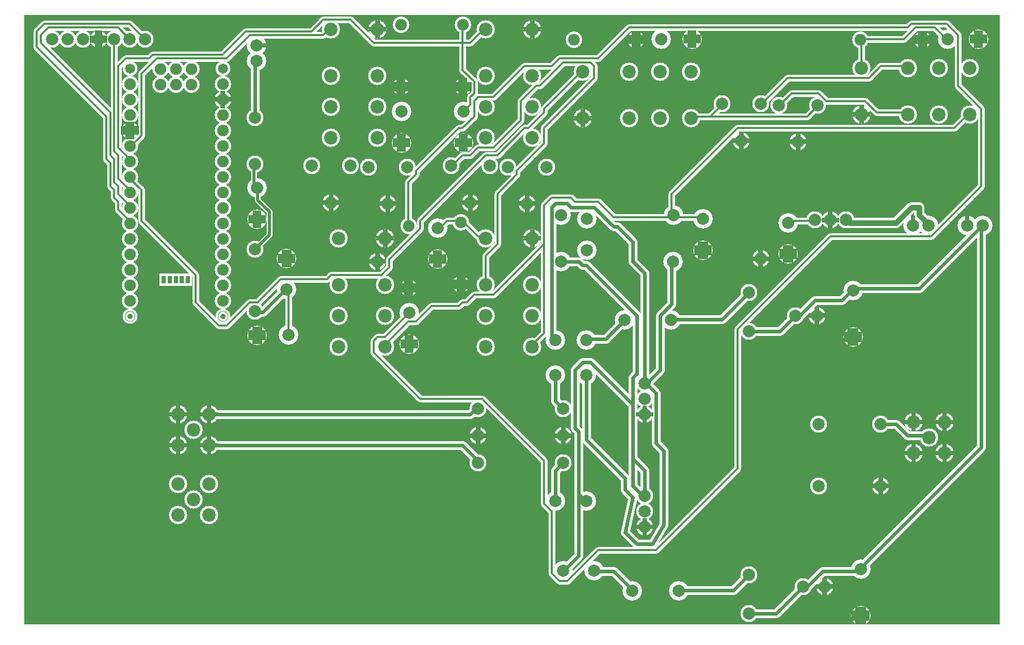
<source format=gbr>
%FSLAX34Y34*%
%MOMM*%
%LNCOPPER_BOTTOM*%
G71*
G01*
%ADD10C,3.000*%
%ADD11C,2.800*%
%ADD12C,3.200*%
%ADD13C,1.700*%
%ADD14C,1.400*%
%ADD15C,0.800*%
%ADD16R,1.435X2.070*%
%ADD17C,2.700*%
%ADD18C,2.450*%
%ADD19C,0.900*%
%ADD20C,3.000*%
%ADD21C,2.800*%
%ADD22C,2.700*%
%ADD23C,1.100*%
%ADD24C,0.733*%
%ADD25C,0.667*%
%ADD26C,0.813*%
%ADD27C,0.767*%
%ADD28C,1.713*%
%ADD29C,1.360*%
%ADD30C,1.587*%
%ADD31C,1.627*%
%ADD32C,0.787*%
%ADD33C,1.447*%
%ADD34C,1.200*%
%ADD35C,2.200*%
%ADD36C,2.000*%
%ADD37C,0.600*%
%ADD38C,0.000*%
%ADD39R,0.635X1.270*%
%ADD40C,1.900*%
%ADD41C,1.650*%
%ADD42C,0.500*%
%ADD43C,2.200*%
%ADD44C,2.000*%
%ADD45C,1.900*%
%ADD46C,0.300*%
%LPD*%
G36*
X0Y1000000D02*
X1600000Y1000000D01*
X1600000Y0D01*
X0Y0D01*
X0Y1000000D01*
G37*
%LPC*%
X252070Y344780D02*
G54D10*
D03*
X302870Y344780D02*
G54D10*
D03*
X277470Y319380D02*
G54D10*
D03*
X302870Y293980D02*
G54D10*
D03*
X252070Y293980D02*
G54D10*
D03*
X1347470Y663830D02*
G54D11*
D03*
X1322070Y663830D02*
G54D11*
D03*
X1296670Y663830D02*
G54D11*
D03*
X1252720Y659036D02*
G54D12*
D03*
X1252833Y608055D02*
G54D12*
D03*
X1064503Y671527D02*
G54D12*
D03*
X1064453Y595277D02*
G54D12*
D03*
X1113020Y665386D02*
G54D12*
D03*
X1113133Y614405D02*
G54D12*
D03*
X880353Y671527D02*
G54D12*
D03*
X880303Y595277D02*
G54D12*
D03*
X1017270Y370080D02*
G54D11*
D03*
X1017270Y344680D02*
G54D11*
D03*
X1017270Y395480D02*
G54D11*
D03*
X1017270Y185930D02*
G54D11*
D03*
X1017270Y160530D02*
G54D11*
D03*
X1017270Y211330D02*
G54D11*
D03*
X922053Y409438D02*
G54D12*
D03*
X871072Y409325D02*
G54D12*
D03*
X922053Y203063D02*
G54D12*
D03*
X871072Y202950D02*
G54D12*
D03*
X922053Y466588D02*
G54D12*
D03*
X871073Y466475D02*
G54D12*
D03*
X934753Y88763D02*
G54D12*
D03*
X883773Y88650D02*
G54D12*
D03*
X1060751Y499950D02*
G54D12*
D03*
X984501Y500000D02*
G54D12*
D03*
X1073451Y55450D02*
G54D12*
D03*
X997201Y55500D02*
G54D12*
D03*
X1188720Y544830D02*
G54D11*
D03*
X1188720Y481330D02*
G54D11*
D03*
X1188720Y81280D02*
G54D11*
D03*
X1188720Y17780D02*
G54D11*
D03*
X1300020Y506730D02*
G54D11*
D03*
X1264920Y506730D02*
G54D11*
D03*
X1312720Y62230D02*
G54D11*
D03*
X1277620Y62230D02*
G54D11*
D03*
X1457779Y654552D02*
G54D12*
D03*
X1483279Y654552D02*
G54D12*
D03*
X1359113Y471935D02*
G54D12*
D03*
X1359163Y548185D02*
G54D12*
D03*
X1303020Y328930D02*
G54D11*
D03*
X1303020Y227330D02*
G54D11*
D03*
X1404620Y328930D02*
G54D11*
D03*
X1404620Y227330D02*
G54D11*
D03*
X744220Y354330D02*
G54D11*
D03*
X883920Y354330D02*
G54D11*
D03*
X883920Y265430D02*
G54D11*
D03*
X883920Y309880D02*
G54D11*
D03*
X1546679Y654552D02*
G54D12*
D03*
X1572179Y654552D02*
G54D12*
D03*
X1322070Y663830D02*
G54D11*
D03*
X1252833Y608055D02*
G54D11*
D03*
X1207770Y600330D02*
G54D11*
D03*
X1113133Y614405D02*
G54D11*
D03*
X1404620Y227330D02*
G54D11*
D03*
X1300020Y506730D02*
G54D11*
D03*
X1359113Y471935D02*
G54D11*
D03*
X1312720Y62230D02*
G54D11*
D03*
X744220Y265430D02*
G54D11*
D03*
X883920Y309880D02*
G54D11*
D03*
G54D13*
X1483279Y654552D02*
X1480820Y659130D01*
X1468120Y671830D01*
X1468120Y684530D01*
X1455420Y684530D01*
X1430020Y659130D01*
X1353820Y659130D01*
X1347470Y663830D01*
X1458570Y332080D02*
G54D10*
D03*
X1509370Y332080D02*
G54D10*
D03*
X1483970Y306680D02*
G54D10*
D03*
X1509370Y281280D02*
G54D10*
D03*
X1458570Y281280D02*
G54D10*
D03*
X744220Y309880D02*
G54D11*
D03*
X1252833Y608055D02*
G54D11*
D03*
X1113133Y614405D02*
G54D11*
D03*
X1359113Y471935D02*
G54D11*
D03*
G54D14*
X883920Y265430D02*
X871220Y252730D01*
X871220Y201930D01*
X871072Y202950D01*
G54D14*
X883920Y354330D02*
X871220Y367030D01*
X871220Y411480D01*
X871072Y409325D01*
G54D14*
X1017270Y211330D02*
X1017270Y208280D01*
X998220Y227330D01*
X998220Y405130D01*
X1004570Y411480D01*
X1004570Y506730D01*
X922020Y589280D01*
X915670Y589280D01*
X909320Y595630D01*
X877570Y595630D01*
X880303Y595277D01*
G54D14*
X922053Y409438D02*
X922020Y411480D01*
X922020Y303530D01*
X985520Y240030D01*
X985520Y220980D01*
X998220Y208280D01*
X985520Y151130D01*
X1004570Y132080D01*
X1029970Y132080D01*
X1049020Y163830D01*
X1049020Y284480D01*
X1036320Y297180D01*
X1036320Y379730D01*
X1023620Y392430D01*
X1017270Y392430D01*
X1017270Y395480D01*
G54D14*
X871073Y466475D02*
X871220Y468630D01*
X864870Y474980D01*
X864870Y684530D01*
X871220Y690880D01*
X890270Y690880D01*
X896620Y684530D01*
X934720Y684530D01*
X966470Y652780D01*
X972820Y652780D01*
X998220Y627380D01*
X998220Y595630D01*
X1017270Y576580D01*
X1017270Y392430D01*
X1017270Y395480D01*
G54D14*
X1017270Y395480D02*
X1017270Y392430D01*
X1042670Y417830D01*
X1042670Y506730D01*
X1061720Y525780D01*
X1061720Y595630D01*
X1064453Y595277D01*
G54D14*
X922053Y203063D02*
X922020Y201930D01*
X909320Y214630D01*
X909320Y316230D01*
X902970Y322580D01*
X902970Y417830D01*
X915670Y430530D01*
X928370Y430530D01*
X998220Y360680D01*
X998220Y271780D01*
X1017270Y252730D01*
X1017270Y208280D01*
X1017270Y211330D01*
G54D14*
X883773Y88650D02*
X883920Y87630D01*
X909320Y113030D01*
X909320Y316230D01*
X902970Y322580D01*
X902970Y417830D01*
X915670Y430530D01*
X928370Y430530D01*
X998220Y360680D01*
X998220Y271780D01*
X1017270Y252730D01*
X1017270Y208280D01*
X1017270Y211330D01*
G54D14*
X1264920Y506730D02*
X1239520Y481330D01*
X1188720Y481330D01*
G54D14*
X1359163Y548185D02*
X1360170Y551180D01*
X1341120Y532130D01*
X1296670Y532130D01*
X1271270Y506730D01*
X1264920Y506730D01*
G54D14*
X1188720Y544830D02*
X1144270Y500380D01*
X1061720Y500380D01*
X1060751Y499950D01*
G54D14*
X984501Y500000D02*
X985520Y500380D01*
X953770Y468630D01*
X922020Y468630D01*
X922053Y466588D01*
X1371813Y14735D02*
G54D12*
D03*
X1371863Y90985D02*
G54D12*
D03*
X1371813Y14735D02*
G54D11*
D03*
X1017270Y160530D02*
G54D11*
D03*
X1017270Y344680D02*
G54D11*
D03*
G54D14*
X997201Y55500D02*
X998220Y55880D01*
X966470Y87630D01*
X934720Y87630D01*
X934753Y88763D01*
G54D14*
X1188720Y81280D02*
X1163320Y55880D01*
X1074420Y55880D01*
X1073451Y55450D01*
G54D14*
X1277620Y62230D02*
X1233170Y17780D01*
X1188720Y17780D01*
G54D14*
X1371863Y90985D02*
X1372870Y93980D01*
X1366520Y87630D01*
X1309370Y87630D01*
X1283970Y62230D01*
X1277620Y62230D01*
G54D14*
X1483970Y306680D02*
X1480820Y303530D01*
X1474470Y309880D01*
X1449070Y309880D01*
X1430020Y328930D01*
X1404620Y328930D01*
G54D14*
X1572179Y654552D02*
X1569720Y652780D01*
X1468120Y551180D01*
X1360170Y551180D01*
X1359163Y548185D01*
G54D14*
X1371863Y90985D02*
X1372870Y93980D01*
X1569720Y290830D01*
X1569720Y652780D01*
X1572179Y654552D01*
G54D15*
X172648Y514319D02*
X172935Y514324D01*
X173222Y514319D01*
X173511Y514304D01*
X173798Y514278D01*
X174083Y514243D01*
X174367Y514200D01*
X174652Y514144D01*
X174931Y514078D01*
X175211Y514004D01*
X175485Y513920D01*
X175759Y513826D01*
X176026Y513722D01*
X176293Y513610D01*
X176555Y513488D01*
X176811Y513359D01*
X177062Y513219D01*
X177309Y513069D01*
X177550Y512912D01*
X177786Y512747D01*
X178018Y512574D01*
X178241Y512394D01*
X178459Y512203D01*
X178670Y512007D01*
X178873Y511804D01*
X179069Y511594D01*
X179259Y511375D01*
X179440Y511151D01*
X179612Y510920D01*
X179777Y510684D01*
X179935Y510443D01*
X180085Y510197D01*
X180225Y509945D01*
X180354Y509688D01*
X180476Y509427D01*
X180588Y509160D01*
X180692Y508894D01*
X180786Y508619D01*
X180870Y508345D01*
X180943Y508066D01*
X181009Y507786D01*
X181065Y507502D01*
X181109Y507217D01*
X181144Y506932D01*
X181169Y506646D01*
X181185Y506356D01*
X181190Y506069D01*
X181185Y505782D01*
X181169Y505493D01*
X181144Y505205D01*
X181109Y504921D01*
X181065Y504637D01*
X181009Y504352D01*
X180943Y504073D01*
X180870Y503793D01*
X180786Y503519D01*
X180692Y503244D01*
X180588Y502978D01*
X180476Y502711D01*
X180354Y502450D01*
X180225Y502193D01*
X180085Y501942D01*
X179935Y501695D01*
X179778Y501454D01*
X179612Y501218D01*
X179440Y500987D01*
X179259Y500763D01*
X179069Y500544D01*
X178873Y500334D01*
X178670Y500131D01*
X178459Y499935D01*
X178241Y499745D01*
X178017Y499564D01*
X177786Y499391D01*
X177550Y499226D01*
X177309Y499069D01*
X177062Y498919D01*
X176811Y498779D01*
X176554Y498650D01*
X176293Y498528D01*
X176026Y498416D01*
X175759Y498312D01*
X175485Y498218D01*
X175210Y498134D01*
X174931Y498060D01*
X174652Y497994D01*
X174367Y497938D01*
X174083Y497895D01*
X173798Y497860D01*
X173511Y497834D01*
X173222Y497819D01*
X172935Y497814D01*
X172648Y497819D01*
X172358Y497834D01*
X172071Y497860D01*
X171787Y497895D01*
X171502Y497939D01*
X171218Y497994D01*
X170938Y498060D01*
X170659Y498134D01*
X170385Y498218D01*
X170110Y498312D01*
X169844Y498416D01*
X169577Y498528D01*
X169315Y498650D01*
X169058Y498779D01*
X168807Y498919D01*
X168561Y499069D01*
X168320Y499226D01*
X168083Y499391D01*
X167852Y499564D01*
X167629Y499745D01*
X167410Y499935D01*
X167199Y500131D01*
X166996Y500334D01*
X166801Y500545D01*
X166610Y500763D01*
X166430Y500987D01*
X166257Y501218D01*
X166092Y501454D01*
X165935Y501695D01*
X165784Y501941D01*
X165645Y502193D01*
X165515Y502450D01*
X165394Y502711D01*
X165282Y502978D01*
X165178Y503244D01*
X165084Y503519D01*
X165000Y503793D01*
X164926Y504073D01*
X164860Y504352D01*
X164804Y504637D01*
X164761Y504921D01*
X164726Y505205D01*
X164700Y505492D01*
X164685Y505782D01*
X164680Y506069D01*
X164685Y506356D01*
X164700Y506645D01*
X164726Y506932D01*
X164761Y507217D01*
X164804Y507502D01*
X164860Y507786D01*
X164926Y508066D01*
X165000Y508345D01*
X165084Y508619D01*
X165178Y508893D01*
X165282Y509160D01*
X165394Y509427D01*
X165515Y509689D01*
X165645Y509945D01*
X165784Y510197D01*
X165934Y510443D01*
X166092Y510684D01*
X166257Y510920D01*
X166430Y511151D01*
X166610Y511375D01*
X166801Y511594D01*
X166996Y511804D01*
X167199Y512008D01*
X167410Y512203D01*
X167628Y512394D01*
X167852Y512574D01*
X168083Y512747D01*
X168320Y512912D01*
X168561Y513069D01*
X168807Y513219D01*
X169059Y513359D01*
X169316Y513488D01*
X169577Y513610D01*
X169844Y513722D01*
X170110Y513826D01*
X170385Y513920D01*
X170659Y514004D01*
X170938Y514078D01*
X171218Y514144D01*
X171502Y514200D01*
X171787Y514243D01*
X172071Y514278D01*
X172358Y514304D01*
X172648Y514319D01*
G54D15*
X325048Y514319D02*
X325335Y514324D01*
X325622Y514319D01*
X325911Y514304D01*
X326198Y514278D01*
X326483Y514243D01*
X326767Y514199D01*
X327052Y514144D01*
X327331Y514078D01*
X327611Y514004D01*
X327885Y513920D01*
X328159Y513826D01*
X328426Y513722D01*
X328693Y513610D01*
X328954Y513488D01*
X329211Y513359D01*
X329462Y513219D01*
X329709Y513069D01*
X329950Y512912D01*
X330186Y512747D01*
X330418Y512574D01*
X330641Y512394D01*
X330859Y512203D01*
X331070Y512007D01*
X331273Y511804D01*
X331469Y511594D01*
X331659Y511375D01*
X331840Y511151D01*
X332012Y510920D01*
X332178Y510684D01*
X332335Y510443D01*
X332485Y510196D01*
X332625Y509945D01*
X332754Y509688D01*
X332876Y509427D01*
X332988Y509160D01*
X333092Y508894D01*
X333186Y508619D01*
X333270Y508345D01*
X333343Y508066D01*
X333409Y507786D01*
X333465Y507501D01*
X333508Y507217D01*
X333544Y506933D01*
X333570Y506646D01*
X333585Y506356D01*
X333590Y506069D01*
X333585Y505782D01*
X333569Y505492D01*
X333544Y505205D01*
X333509Y504921D01*
X333465Y504637D01*
X333409Y504352D01*
X333344Y504072D01*
X333270Y503793D01*
X333186Y503519D01*
X333092Y503245D01*
X332988Y502978D01*
X332876Y502711D01*
X332754Y502450D01*
X332625Y502193D01*
X332485Y501941D01*
X332335Y501695D01*
X332178Y501454D01*
X332012Y501218D01*
X331840Y500987D01*
X331659Y500763D01*
X331469Y500545D01*
X331273Y500334D01*
X331070Y500131D01*
X330859Y499935D01*
X330641Y499745D01*
X330417Y499564D01*
X330186Y499391D01*
X329950Y499226D01*
X329709Y499069D01*
X329462Y498919D01*
X329211Y498779D01*
X328954Y498650D01*
X328693Y498528D01*
X328426Y498416D01*
X328159Y498312D01*
X327885Y498218D01*
X327611Y498134D01*
X327331Y498060D01*
X327052Y497994D01*
X326767Y497939D01*
X326483Y497895D01*
X326198Y497860D01*
X325911Y497834D01*
X325622Y497819D01*
X325335Y497814D01*
X325048Y497819D01*
X324758Y497834D01*
X324471Y497860D01*
X324186Y497895D01*
X323902Y497939D01*
X323618Y497994D01*
X323338Y498060D01*
X323059Y498134D01*
X322785Y498218D01*
X322510Y498312D01*
X322244Y498416D01*
X321977Y498528D01*
X321715Y498650D01*
X321459Y498779D01*
X321207Y498919D01*
X320961Y499069D01*
X320720Y499226D01*
X320483Y499391D01*
X320252Y499564D01*
X320029Y499745D01*
X319810Y499935D01*
X319600Y500131D01*
X319396Y500334D01*
X319201Y500545D01*
X319010Y500763D01*
X318830Y500987D01*
X318657Y501218D01*
X318492Y501454D01*
X318335Y501695D01*
X318185Y501942D01*
X318045Y502193D01*
X317915Y502450D01*
X317794Y502711D01*
X317682Y502978D01*
X317578Y503244D01*
X317484Y503519D01*
X317400Y503793D01*
X317326Y504072D01*
X317260Y504352D01*
X317204Y504637D01*
X317161Y504921D01*
X317126Y505205D01*
X317100Y505493D01*
X317085Y505782D01*
X317080Y506069D01*
X317085Y506356D01*
X317100Y506646D01*
X317126Y506932D01*
X317161Y507217D01*
X317204Y507502D01*
X317260Y507786D01*
X317326Y508066D01*
X317400Y508345D01*
X317484Y508619D01*
X317578Y508894D01*
X317682Y509160D01*
X317794Y509427D01*
X317915Y509688D01*
X318045Y509945D01*
X318185Y510197D01*
X318335Y510443D01*
X318492Y510684D01*
X318657Y510920D01*
X318830Y511151D01*
X319010Y511375D01*
X319201Y511594D01*
X319396Y511804D01*
X319599Y512008D01*
X319811Y512203D01*
X320028Y512394D01*
X320252Y512574D01*
X320483Y512747D01*
X320720Y512912D01*
X320961Y513069D01*
X321207Y513219D01*
X321459Y513359D01*
X321715Y513488D01*
X321977Y513610D01*
X322244Y513722D01*
X322510Y513826D01*
X322785Y513920D01*
X323059Y514004D01*
X323338Y514078D01*
X323618Y514144D01*
X323902Y514200D01*
X324187Y514243D01*
X324471Y514278D01*
X324758Y514304D01*
X325048Y514319D01*
X268439Y565505D02*
G54D16*
D03*
X258279Y565505D02*
G54D16*
D03*
X248627Y565505D02*
G54D16*
D03*
X238467Y565505D02*
G54D16*
D03*
X228561Y565505D02*
G54D16*
D03*
X172935Y887069D02*
G54D17*
D03*
X172935Y861669D02*
G54D17*
D03*
X172935Y836269D02*
G54D17*
D03*
X172935Y810869D02*
G54D17*
D03*
X172935Y785469D02*
G54D17*
D03*
X172935Y760069D02*
G54D17*
D03*
X172935Y734669D02*
G54D17*
D03*
X172935Y709269D02*
G54D17*
D03*
X172935Y683869D02*
G54D17*
D03*
X172935Y658469D02*
G54D17*
D03*
X172935Y633069D02*
G54D17*
D03*
X172935Y607669D02*
G54D17*
D03*
X172935Y582269D02*
G54D17*
D03*
X172935Y556869D02*
G54D17*
D03*
X172935Y531469D02*
G54D17*
D03*
X325335Y887069D02*
G54D17*
D03*
X325335Y861669D02*
G54D17*
D03*
X325335Y836269D02*
G54D17*
D03*
X325335Y810869D02*
G54D17*
D03*
X325335Y785469D02*
G54D17*
D03*
X325335Y760069D02*
G54D17*
D03*
X325335Y734669D02*
G54D17*
D03*
X325335Y709269D02*
G54D17*
D03*
X325335Y683869D02*
G54D17*
D03*
X325335Y658469D02*
G54D17*
D03*
X325335Y633069D02*
G54D17*
D03*
X325335Y607669D02*
G54D17*
D03*
X325335Y582269D02*
G54D17*
D03*
X325335Y556869D02*
G54D17*
D03*
X325335Y531469D02*
G54D17*
D03*
X325494Y912310D02*
G54D18*
D03*
X173094Y912310D02*
G54D18*
D03*
X274281Y886053D02*
G54D17*
D03*
X274281Y911453D02*
G54D17*
D03*
X248881Y886053D02*
G54D17*
D03*
X248881Y911453D02*
G54D17*
D03*
X223481Y886053D02*
G54D17*
D03*
X223481Y911453D02*
G54D17*
D03*
X378034Y755499D02*
G54D11*
D03*
X378034Y831699D02*
G54D11*
D03*
X380609Y950624D02*
G54D12*
D03*
X380609Y925124D02*
G54D12*
D03*
X381791Y716234D02*
G54D12*
D03*
X381904Y665253D02*
G54D12*
D03*
X378034Y615799D02*
G54D11*
D03*
X378034Y514199D02*
G54D11*
D03*
X430159Y549614D02*
G54D12*
D03*
X430047Y600594D02*
G54D12*
D03*
X432909Y474882D02*
G54D12*
D03*
X381929Y474770D02*
G54D12*
D03*
X381904Y665253D02*
G54D11*
D03*
X430047Y600594D02*
G54D11*
D03*
X381929Y474770D02*
G54D11*
D03*
G54D19*
X381791Y716234D02*
X382485Y715619D01*
X376135Y721969D01*
X376135Y753719D01*
X378034Y755499D01*
G54D19*
X378034Y615799D02*
X376135Y614019D01*
X401535Y639419D01*
X401535Y677519D01*
X382485Y696569D01*
X382485Y715619D01*
X381791Y716234D01*
G54D14*
X380609Y925124D02*
X378084Y925679D01*
X378084Y830429D01*
X378034Y831699D01*
X172935Y810869D02*
G54D11*
D03*
X325335Y861669D02*
G54D11*
D03*
G54D14*
X430159Y549613D02*
X428884Y551029D01*
X390784Y512929D01*
X378084Y512929D01*
X378034Y514199D01*
X515620Y633729D02*
G54D20*
D03*
X591820Y633730D02*
G54D20*
D03*
X515620Y557530D02*
G54D20*
D03*
X515620Y506730D02*
G54D20*
D03*
X515620Y455930D02*
G54D20*
D03*
X591820Y557530D02*
G54D20*
D03*
X591820Y506730D02*
G54D20*
D03*
X591820Y455930D02*
G54D20*
D03*
X502920Y976630D02*
G54D20*
D03*
X579120Y976630D02*
G54D20*
D03*
X502920Y900430D02*
G54D20*
D03*
X502920Y849629D02*
G54D20*
D03*
X502920Y798830D02*
G54D20*
D03*
X579120Y900430D02*
G54D20*
D03*
X579120Y849630D02*
G54D20*
D03*
X579120Y798830D02*
G54D20*
D03*
X756920Y633730D02*
G54D20*
D03*
X833120Y633730D02*
G54D20*
D03*
X756920Y557530D02*
G54D20*
D03*
X756920Y506730D02*
G54D20*
D03*
X756920Y455930D02*
G54D20*
D03*
X833120Y557530D02*
G54D20*
D03*
X833120Y506730D02*
G54D20*
D03*
X833120Y455930D02*
G54D20*
D03*
X756920Y976630D02*
G54D20*
D03*
X833120Y976630D02*
G54D20*
D03*
X756920Y900430D02*
G54D20*
D03*
X756920Y849630D02*
G54D20*
D03*
X756920Y798830D02*
G54D20*
D03*
X833120Y900430D02*
G54D20*
D03*
X833120Y849630D02*
G54D20*
D03*
X833120Y798830D02*
G54D20*
D03*
X1373255Y837165D02*
G54D20*
D03*
X1373254Y913365D02*
G54D20*
D03*
X1449455Y837165D02*
G54D20*
D03*
X1500255Y837165D02*
G54D20*
D03*
X1551055Y837165D02*
G54D20*
D03*
X1449455Y913366D02*
G54D20*
D03*
X1500255Y913365D02*
G54D20*
D03*
X1551055Y913365D02*
G54D20*
D03*
X916055Y830815D02*
G54D20*
D03*
X916055Y907016D02*
G54D20*
D03*
X992255Y830816D02*
G54D20*
D03*
X1043055Y830816D02*
G54D20*
D03*
X1093855Y830815D02*
G54D20*
D03*
X992255Y907016D02*
G54D20*
D03*
X1043055Y907016D02*
G54D20*
D03*
X1093855Y907016D02*
G54D20*
D03*
X471057Y752617D02*
G54D11*
D03*
X534557Y752617D02*
G54D11*
D03*
X502807Y692292D02*
G54D11*
D03*
X579120Y595630D02*
G54D11*
D03*
X252070Y230480D02*
G54D10*
D03*
X302870Y230480D02*
G54D10*
D03*
X277470Y205080D02*
G54D10*
D03*
X302870Y179680D02*
G54D10*
D03*
X252070Y179680D02*
G54D10*
D03*
G54D14*
X744220Y354330D02*
X744220Y357380D01*
X731520Y344680D01*
X299720Y344680D01*
X302870Y344780D01*
G54D14*
X744220Y265430D02*
X744220Y268480D01*
X718820Y293880D01*
X299720Y293880D01*
X302870Y293980D01*
X564280Y750826D02*
G54D11*
D03*
X627781Y750826D02*
G54D11*
D03*
X596030Y690501D02*
G54D11*
D03*
X627781Y750826D02*
G54D11*
D03*
X502807Y692292D02*
G54D11*
D03*
X699657Y752617D02*
G54D11*
D03*
X763157Y752617D02*
G54D11*
D03*
X731407Y692292D02*
G54D11*
D03*
X792880Y750826D02*
G54D11*
D03*
X856381Y750826D02*
G54D11*
D03*
X824630Y690501D02*
G54D11*
D03*
X824630Y690501D02*
G54D11*
D03*
X731407Y692292D02*
G54D11*
D03*
X1144158Y854217D02*
G54D11*
D03*
X1207658Y854217D02*
G54D11*
D03*
X1175908Y793892D02*
G54D11*
D03*
X1237380Y852426D02*
G54D11*
D03*
X1300880Y852426D02*
G54D11*
D03*
X1269130Y792101D02*
G54D11*
D03*
X1300881Y852426D02*
G54D11*
D03*
X1175908Y793892D02*
G54D11*
D03*
X172935Y810869D02*
G54D21*
D03*
X617740Y882548D02*
G54D22*
D03*
X617740Y984148D02*
G54D22*
D03*
X618565Y790638D02*
G54D12*
D03*
X618453Y841619D02*
G54D12*
D03*
X617740Y882548D02*
G54D11*
D03*
X617740Y882548D02*
G54D21*
D03*
X618565Y790638D02*
G54D21*
D03*
X719340Y882548D02*
G54D22*
D03*
X719340Y984148D02*
G54D22*
D03*
X720165Y790638D02*
G54D12*
D03*
X720053Y841619D02*
G54D12*
D03*
X719340Y882548D02*
G54D11*
D03*
X719340Y882548D02*
G54D21*
D03*
X720165Y790638D02*
G54D21*
D03*
X630440Y552348D02*
G54D22*
D03*
X630440Y653948D02*
G54D22*
D03*
X631265Y460438D02*
G54D12*
D03*
X631153Y511418D02*
G54D12*
D03*
X630440Y552348D02*
G54D11*
D03*
X630440Y552348D02*
G54D21*
D03*
X631265Y460438D02*
G54D21*
D03*
X716442Y558285D02*
G54D22*
D03*
X716442Y659885D02*
G54D22*
D03*
X677897Y599725D02*
G54D12*
D03*
X677785Y650706D02*
G54D12*
D03*
X677897Y599725D02*
G54D21*
D03*
X716442Y558285D02*
G54D21*
D03*
X1003249Y959846D02*
G54D22*
D03*
X901649Y959846D02*
G54D22*
D03*
X1095159Y960671D02*
G54D12*
D03*
X1044179Y960559D02*
G54D12*
D03*
X1003249Y959846D02*
G54D11*
D03*
X1003249Y959846D02*
G54D21*
D03*
X1095159Y960671D02*
G54D21*
D03*
X1473149Y959846D02*
G54D22*
D03*
X1371549Y959846D02*
G54D22*
D03*
X1565059Y960671D02*
G54D12*
D03*
X1514079Y960559D02*
G54D12*
D03*
X1473149Y959846D02*
G54D11*
D03*
X1473149Y959846D02*
G54D21*
D03*
X1565059Y960671D02*
G54D21*
D03*
X579120Y976630D02*
G54D11*
D03*
X591820Y633730D02*
G54D11*
D03*
X833120Y976630D02*
G54D11*
D03*
X833120Y633730D02*
G54D11*
D03*
X916055Y830815D02*
G54D11*
D03*
X1373255Y837165D02*
G54D11*
D03*
X596030Y690501D02*
G54D11*
D03*
X1269130Y792101D02*
G54D11*
D03*
X922520Y665386D02*
G54D12*
D03*
X922633Y614405D02*
G54D12*
D03*
G54D23*
X502920Y976630D02*
X502920Y979680D01*
X490220Y966980D01*
X369570Y966980D01*
X331470Y928880D01*
X217170Y928880D01*
X191770Y903480D01*
X191770Y801880D01*
X172720Y782830D01*
X172935Y785469D01*
G54D23*
X756920Y976630D02*
X756920Y979680D01*
X731520Y954280D01*
X572770Y954280D01*
X534670Y992380D01*
X490220Y992380D01*
X471170Y973330D01*
X363220Y973330D01*
X325120Y935230D01*
X210820Y935230D01*
X204470Y928880D01*
X166370Y928880D01*
X153670Y916180D01*
X153670Y782830D01*
X172720Y763780D01*
X172720Y757430D01*
X172935Y760069D01*
G54D23*
X916055Y907016D02*
X915670Y909830D01*
X852170Y846330D01*
X852170Y839980D01*
X826770Y814580D01*
X820420Y814580D01*
X775970Y770130D01*
X756920Y770130D01*
X648970Y662180D01*
X648970Y649480D01*
X598170Y598680D01*
X598170Y585980D01*
X585470Y573280D01*
X502920Y573280D01*
X496570Y566930D01*
X420370Y566930D01*
X382270Y528830D01*
X369570Y528830D01*
X331470Y490730D01*
X318770Y490730D01*
X280670Y528830D01*
X280670Y573280D01*
X191770Y662180D01*
X191770Y712980D01*
X172720Y732030D01*
X172935Y734669D01*
G54D23*
X833120Y455930D02*
X833120Y458980D01*
X852170Y478030D01*
X852170Y687580D01*
X864870Y700280D01*
X896620Y700280D01*
X902970Y693930D01*
X941070Y693930D01*
X966470Y668530D01*
X1061720Y668530D01*
X1064503Y671527D01*
G54D23*
X1551055Y837165D02*
X1550670Y839980D01*
X1525270Y814580D01*
X1169670Y814580D01*
X1061720Y706630D01*
X1061720Y668530D01*
X1064503Y671527D01*
G54D23*
X1144158Y854217D02*
X1144270Y852680D01*
X1125220Y833630D01*
X1093470Y833630D01*
X1093855Y830815D01*
G54D23*
X1300881Y852426D02*
X1303020Y852680D01*
X1283970Y833630D01*
X1093470Y833630D01*
X1093855Y830815D01*
G54D23*
X1514079Y960559D02*
X1512570Y960630D01*
X1493520Y979680D01*
X1461770Y979680D01*
X1442720Y960630D01*
X1372870Y960630D01*
X1371549Y959846D01*
G54D23*
X1371549Y959846D02*
X1372870Y960630D01*
X1372870Y916180D01*
X1373254Y913365D01*
G54D23*
X699657Y752617D02*
X699770Y751080D01*
X718820Y770130D01*
X731520Y770130D01*
X744220Y782830D01*
X769620Y782830D01*
X814070Y827280D01*
X814070Y859030D01*
X839470Y884430D01*
X845820Y884430D01*
X883920Y922530D01*
X928370Y922530D01*
X934720Y916180D01*
X934720Y897130D01*
X852170Y814580D01*
X852170Y789180D01*
X807720Y744730D01*
X807720Y738380D01*
X775970Y706630D01*
X775970Y624080D01*
X756920Y605030D01*
X756920Y560580D01*
X756920Y557530D01*
G54D23*
X591820Y455930D02*
X591820Y458980D01*
X629920Y497080D01*
X642620Y497080D01*
X668020Y522480D01*
X712470Y522480D01*
X718820Y528830D01*
X725170Y528830D01*
X737870Y541530D01*
X769620Y541530D01*
X852170Y624080D01*
X852170Y687580D01*
X864870Y700280D01*
X896620Y700280D01*
X902970Y693930D01*
X941070Y693930D01*
X966470Y668530D01*
X1061720Y668530D01*
X1064503Y671527D01*
G54D23*
X1113020Y665386D02*
X1112520Y668530D01*
X1061720Y668530D01*
X1064503Y671527D01*
G54D23*
X1252720Y659036D02*
X1252220Y662180D01*
X1296670Y662180D01*
X1296670Y663830D01*
G54D23*
X631153Y511418D02*
X629920Y509780D01*
X591820Y471680D01*
X579120Y471680D01*
X572770Y465330D01*
X572770Y446280D01*
X648970Y370080D01*
X750570Y370080D01*
X852170Y268480D01*
X852170Y198630D01*
X864870Y185930D01*
X864870Y84330D01*
X877570Y71630D01*
X890270Y71630D01*
X941070Y122430D01*
X1036320Y122430D01*
X1169670Y255780D01*
X1169670Y484380D01*
X1322070Y636780D01*
X1487170Y636780D01*
X1569720Y719330D01*
X1569720Y846330D01*
X1531620Y884430D01*
X1531620Y966980D01*
X1512570Y986030D01*
X1455420Y986030D01*
X1449070Y979680D01*
X991870Y979680D01*
X941070Y928880D01*
X877570Y928880D01*
X864870Y916180D01*
X820420Y916180D01*
X769620Y865380D01*
X744220Y865380D01*
X737870Y859030D01*
X737870Y833630D01*
X718820Y814580D01*
X712470Y814580D01*
X642620Y744730D01*
X642620Y738380D01*
X629920Y725680D01*
X629920Y655830D01*
X630440Y653948D01*
G54D23*
X1237380Y852426D02*
X1239520Y852680D01*
X1258570Y871730D01*
X1303020Y871730D01*
X1315720Y859030D01*
X1379220Y859030D01*
X1398270Y839980D01*
X1449070Y839980D01*
X1449455Y837165D01*
G54D23*
X1207658Y854217D02*
X1207770Y852680D01*
X1252220Y897130D01*
X1385570Y897130D01*
X1404620Y916180D01*
X1449070Y916180D01*
X1449455Y913366D01*
G54D23*
X432909Y474882D02*
X433070Y478030D01*
X433070Y547880D01*
X430159Y549614D01*
X45720Y960630D02*
G54D11*
D03*
X71120Y960630D02*
G54D11*
D03*
X71120Y960630D02*
G54D11*
D03*
X96520Y960630D02*
G54D11*
D03*
X147320Y960630D02*
G54D11*
D03*
X147320Y960630D02*
G54D11*
D03*
X172720Y960630D02*
G54D11*
D03*
X172720Y960630D02*
G54D11*
D03*
X198120Y960630D02*
G54D11*
D03*
G54D23*
X147320Y960630D02*
X147320Y776480D01*
X153670Y770130D01*
X153670Y732030D01*
X172720Y712980D01*
X172720Y706630D01*
X172935Y709269D01*
G54D23*
X172720Y960630D02*
X153670Y979680D01*
X39370Y979680D01*
X26670Y966980D01*
X26670Y954280D01*
X140970Y839980D01*
X140970Y770130D01*
X147320Y763780D01*
X147320Y725680D01*
X153670Y719330D01*
X153670Y706630D01*
X172720Y687580D01*
X172720Y681230D01*
X172935Y683869D01*
G54D23*
X198120Y960630D02*
X172720Y986030D01*
X33020Y986030D01*
X20320Y973330D01*
X20320Y947930D01*
X134620Y833630D01*
X134620Y763780D01*
X140970Y757430D01*
X140970Y719330D01*
X147320Y712980D01*
X147320Y700280D01*
X153670Y693930D01*
X153670Y681230D01*
X172720Y662180D01*
X172720Y655830D01*
X172935Y658469D01*
X121920Y960630D02*
G54D11*
D03*
G54D23*
X720053Y841619D02*
X718820Y839980D01*
X731520Y852680D01*
X731520Y865380D01*
X737870Y871730D01*
X737870Y890780D01*
X718820Y909830D01*
X718820Y986030D01*
X719340Y984148D01*
G54D23*
X716442Y659885D02*
X718820Y662180D01*
X744220Y636780D01*
X756920Y636780D01*
X756920Y633730D01*
G54D23*
X677785Y650706D02*
X680720Y649480D01*
X693420Y662180D01*
X718820Y662180D01*
X716442Y659885D01*
%LPD*%
G54D24*
G36*
X248403Y344780D02*
X248403Y360280D01*
X255737Y360280D01*
X255737Y344780D01*
X248403Y344780D01*
G37*
G36*
X252070Y348447D02*
X267570Y348447D01*
X267570Y341113D01*
X252070Y341113D01*
X252070Y348447D01*
G37*
G36*
X255737Y344780D02*
X255737Y329280D01*
X248403Y329280D01*
X248403Y344780D01*
X255737Y344780D01*
G37*
G36*
X252070Y341113D02*
X236570Y341113D01*
X236570Y348447D01*
X252070Y348447D01*
X252070Y341113D01*
G37*
G54D24*
G36*
X299203Y344780D02*
X299203Y360280D01*
X306537Y360280D01*
X306537Y344780D01*
X299203Y344780D01*
G37*
G36*
X302870Y348447D02*
X318370Y348447D01*
X318370Y341113D01*
X302870Y341113D01*
X302870Y348447D01*
G37*
G36*
X306537Y344780D02*
X306537Y329280D01*
X299203Y329280D01*
X299203Y344780D01*
X306537Y344780D01*
G37*
G36*
X302870Y341113D02*
X287370Y341113D01*
X287370Y348447D01*
X302870Y348447D01*
X302870Y341113D01*
G37*
G54D24*
G36*
X299203Y293980D02*
X299203Y309480D01*
X306537Y309480D01*
X306537Y293980D01*
X299203Y293980D01*
G37*
G36*
X302870Y297647D02*
X318370Y297647D01*
X318370Y290313D01*
X302870Y290313D01*
X302870Y297647D01*
G37*
G36*
X306537Y293980D02*
X306537Y278480D01*
X299203Y278480D01*
X299203Y293980D01*
X306537Y293980D01*
G37*
G36*
X302870Y290313D02*
X287370Y290313D01*
X287370Y297647D01*
X302870Y297647D01*
X302870Y290313D01*
G37*
G54D24*
G36*
X248403Y293980D02*
X248403Y309480D01*
X255737Y309480D01*
X255737Y293980D01*
X248403Y293980D01*
G37*
G36*
X252070Y297647D02*
X267570Y297647D01*
X267570Y290313D01*
X252070Y290313D01*
X252070Y297647D01*
G37*
G36*
X255737Y293980D02*
X255737Y278480D01*
X248403Y278480D01*
X248403Y293980D01*
X255737Y293980D01*
G37*
G36*
X252070Y290313D02*
X236570Y290313D01*
X236570Y297647D01*
X252070Y297647D01*
X252070Y290313D01*
G37*
G54D25*
G36*
X1454446Y654552D02*
X1454446Y671052D01*
X1461112Y671052D01*
X1461112Y654552D01*
X1454446Y654552D01*
G37*
G54D26*
G54D25*
G36*
X1543346Y654552D02*
X1543346Y671052D01*
X1550012Y671052D01*
X1550012Y654552D01*
X1543346Y654552D01*
G37*
G54D26*
G54D27*
G36*
X1318237Y663830D02*
X1318237Y678330D01*
X1325903Y678330D01*
X1325903Y663830D01*
X1318237Y663830D01*
G37*
G36*
X1322070Y667663D02*
X1336570Y667663D01*
X1336570Y659997D01*
X1322070Y659997D01*
X1322070Y667663D01*
G37*
G36*
X1325903Y663830D02*
X1325903Y649330D01*
X1318237Y649330D01*
X1318237Y663830D01*
X1325903Y663830D01*
G37*
G36*
X1322070Y659997D02*
X1307570Y659997D01*
X1307570Y667663D01*
X1322070Y667663D01*
X1322070Y659997D01*
G37*
G54D27*
G36*
X1249000Y608055D02*
X1249000Y622555D01*
X1256666Y622555D01*
X1256666Y608055D01*
X1249000Y608055D01*
G37*
G36*
X1252833Y611889D02*
X1267333Y611889D01*
X1267333Y604222D01*
X1252833Y604222D01*
X1252833Y611889D01*
G37*
G36*
X1256666Y608055D02*
X1256666Y593555D01*
X1249000Y593555D01*
X1249000Y608055D01*
X1256666Y608055D01*
G37*
G36*
X1252833Y604222D02*
X1238333Y604222D01*
X1238333Y611889D01*
X1252833Y611889D01*
X1252833Y604222D01*
G37*
G54D27*
G36*
X1203937Y600330D02*
X1203937Y614830D01*
X1211603Y614830D01*
X1211603Y600330D01*
X1203937Y600330D01*
G37*
G36*
X1207770Y604163D02*
X1222270Y604163D01*
X1222270Y596497D01*
X1207770Y596497D01*
X1207770Y604163D01*
G37*
G36*
X1211603Y600330D02*
X1211603Y585830D01*
X1203937Y585830D01*
X1203937Y600330D01*
X1211603Y600330D01*
G37*
G36*
X1207770Y596497D02*
X1193270Y596497D01*
X1193270Y604163D01*
X1207770Y604163D01*
X1207770Y596497D01*
G37*
G54D27*
G36*
X1109300Y614405D02*
X1109300Y628905D01*
X1116966Y628905D01*
X1116966Y614405D01*
X1109300Y614405D01*
G37*
G36*
X1113133Y618239D02*
X1127633Y618239D01*
X1127633Y610572D01*
X1113133Y610572D01*
X1113133Y618239D01*
G37*
G36*
X1116966Y614405D02*
X1116966Y599905D01*
X1109300Y599905D01*
X1109300Y614405D01*
X1116966Y614405D01*
G37*
G36*
X1113133Y610572D02*
X1098633Y610572D01*
X1098633Y618239D01*
X1113133Y618239D01*
X1113133Y610572D01*
G37*
G54D27*
G36*
X1400787Y227330D02*
X1400787Y241830D01*
X1408453Y241830D01*
X1408453Y227330D01*
X1400787Y227330D01*
G37*
G36*
X1404620Y231163D02*
X1419120Y231163D01*
X1419120Y223497D01*
X1404620Y223497D01*
X1404620Y231163D01*
G37*
G36*
X1408453Y227330D02*
X1408453Y212830D01*
X1400787Y212830D01*
X1400787Y227330D01*
X1408453Y227330D01*
G37*
G36*
X1404620Y223497D02*
X1390120Y223497D01*
X1390120Y231163D01*
X1404620Y231163D01*
X1404620Y223497D01*
G37*
G54D27*
G36*
X1296186Y506730D02*
X1296186Y521230D01*
X1303853Y521230D01*
X1303853Y506730D01*
X1296186Y506730D01*
G37*
G36*
X1300020Y510563D02*
X1314520Y510563D01*
X1314520Y502897D01*
X1300020Y502897D01*
X1300020Y510563D01*
G37*
G36*
X1303853Y506730D02*
X1303853Y492230D01*
X1296186Y492230D01*
X1296186Y506730D01*
X1303853Y506730D01*
G37*
G36*
X1300020Y502897D02*
X1285520Y502897D01*
X1285520Y510563D01*
X1300020Y510563D01*
X1300020Y502897D01*
G37*
G54D27*
G36*
X1355280Y471935D02*
X1355280Y486435D01*
X1362946Y486435D01*
X1362946Y471935D01*
X1355280Y471935D01*
G37*
G36*
X1359113Y475768D02*
X1373613Y475768D01*
X1373613Y468102D01*
X1359113Y468102D01*
X1359113Y475768D01*
G37*
G36*
X1362946Y471935D02*
X1362946Y457435D01*
X1355280Y457435D01*
X1355280Y471935D01*
X1362946Y471935D01*
G37*
G36*
X1359113Y468102D02*
X1344613Y468102D01*
X1344613Y475768D01*
X1359113Y475768D01*
X1359113Y468102D01*
G37*
G54D27*
G36*
X1308887Y62230D02*
X1308887Y76730D01*
X1316553Y76730D01*
X1316553Y62230D01*
X1308887Y62230D01*
G37*
G36*
X1312720Y66063D02*
X1327220Y66063D01*
X1327220Y58397D01*
X1312720Y58397D01*
X1312720Y66063D01*
G37*
G36*
X1316553Y62230D02*
X1316553Y47730D01*
X1308887Y47730D01*
X1308887Y62230D01*
X1316553Y62230D01*
G37*
G36*
X1312720Y58397D02*
X1298220Y58397D01*
X1298220Y66063D01*
X1312720Y66063D01*
X1312720Y58397D01*
G37*
G54D27*
G36*
X880087Y309880D02*
X880087Y324380D01*
X887753Y324380D01*
X887753Y309880D01*
X880087Y309880D01*
G37*
G36*
X883920Y313713D02*
X898420Y313713D01*
X898420Y306047D01*
X883920Y306047D01*
X883920Y313713D01*
G37*
G36*
X887753Y309880D02*
X887753Y295380D01*
X880087Y295380D01*
X880087Y309880D01*
X887753Y309880D01*
G37*
G36*
X883920Y306047D02*
X869420Y306047D01*
X869420Y313713D01*
X883920Y313713D01*
X883920Y306047D01*
G37*
G54D24*
G36*
X1454903Y332080D02*
X1454903Y347580D01*
X1462237Y347580D01*
X1462237Y332080D01*
X1454903Y332080D01*
G37*
G36*
X1458570Y335747D02*
X1474070Y335747D01*
X1474070Y328413D01*
X1458570Y328413D01*
X1458570Y335747D01*
G37*
G36*
X1462237Y332080D02*
X1462237Y316580D01*
X1454903Y316580D01*
X1454903Y332080D01*
X1462237Y332080D01*
G37*
G36*
X1458570Y328413D02*
X1443070Y328413D01*
X1443070Y335747D01*
X1458570Y335747D01*
X1458570Y328413D01*
G37*
G54D24*
G36*
X1505703Y332080D02*
X1505703Y347580D01*
X1513037Y347580D01*
X1513037Y332080D01*
X1505703Y332080D01*
G37*
G36*
X1509370Y335747D02*
X1524870Y335747D01*
X1524870Y328413D01*
X1509370Y328413D01*
X1509370Y335747D01*
G37*
G36*
X1513037Y332080D02*
X1513037Y316580D01*
X1505703Y316580D01*
X1505703Y332080D01*
X1513037Y332080D01*
G37*
G36*
X1509370Y328413D02*
X1493870Y328413D01*
X1493870Y335747D01*
X1509370Y335747D01*
X1509370Y328413D01*
G37*
G54D24*
G36*
X1505703Y281280D02*
X1505703Y296780D01*
X1513037Y296780D01*
X1513037Y281280D01*
X1505703Y281280D01*
G37*
G36*
X1509370Y284947D02*
X1524870Y284947D01*
X1524870Y277613D01*
X1509370Y277613D01*
X1509370Y284947D01*
G37*
G36*
X1513037Y281280D02*
X1513037Y265780D01*
X1505703Y265780D01*
X1505703Y281280D01*
X1513037Y281280D01*
G37*
G36*
X1509370Y277613D02*
X1493870Y277613D01*
X1493870Y284947D01*
X1509370Y284947D01*
X1509370Y277613D01*
G37*
G54D24*
G36*
X1454903Y281280D02*
X1454903Y296780D01*
X1462237Y296780D01*
X1462237Y281280D01*
X1454903Y281280D01*
G37*
G36*
X1458570Y284947D02*
X1474070Y284947D01*
X1474070Y277613D01*
X1458570Y277613D01*
X1458570Y284947D01*
G37*
G36*
X1462237Y281280D02*
X1462237Y265780D01*
X1454903Y265780D01*
X1454903Y281280D01*
X1462237Y281280D01*
G37*
G36*
X1458570Y277613D02*
X1443070Y277613D01*
X1443070Y284947D01*
X1458570Y284947D01*
X1458570Y277613D01*
G37*
G54D27*
G36*
X740387Y309880D02*
X740387Y324380D01*
X748053Y324380D01*
X748053Y309880D01*
X740387Y309880D01*
G37*
G36*
X744220Y313713D02*
X758720Y313713D01*
X758720Y306047D01*
X744220Y306047D01*
X744220Y313713D01*
G37*
G36*
X748053Y309880D02*
X748053Y295380D01*
X740387Y295380D01*
X740387Y309880D01*
X748053Y309880D01*
G37*
G36*
X744220Y306047D02*
X729720Y306047D01*
X729720Y313713D01*
X744220Y313713D01*
X744220Y306047D01*
G37*
G54D28*
G36*
X1244266Y608055D02*
X1244266Y622555D01*
X1261400Y622555D01*
X1261400Y608055D01*
X1244266Y608055D01*
G37*
G36*
X1252833Y616622D02*
X1267333Y616622D01*
X1267333Y599488D01*
X1252833Y599488D01*
X1252833Y616622D01*
G37*
G36*
X1261400Y608055D02*
X1261400Y593555D01*
X1244266Y593555D01*
X1244266Y608055D01*
X1261400Y608055D01*
G37*
G36*
X1252833Y599488D02*
X1238333Y599488D01*
X1238333Y616622D01*
X1252833Y616622D01*
X1252833Y599488D01*
G37*
G54D28*
G36*
X1104566Y614405D02*
X1104566Y628905D01*
X1121700Y628905D01*
X1121700Y614405D01*
X1104566Y614405D01*
G37*
G36*
X1113133Y622972D02*
X1127633Y622972D01*
X1127633Y605839D01*
X1113133Y605839D01*
X1113133Y622972D01*
G37*
G36*
X1121700Y614405D02*
X1121700Y599905D01*
X1104566Y599905D01*
X1104566Y614405D01*
X1121700Y614405D01*
G37*
G36*
X1113133Y605839D02*
X1098633Y605839D01*
X1098633Y622972D01*
X1113133Y622972D01*
X1113133Y605839D01*
G37*
G54D28*
G36*
X1350546Y471935D02*
X1350546Y486435D01*
X1367680Y486435D01*
X1367680Y471935D01*
X1350546Y471935D01*
G37*
G36*
X1359113Y480502D02*
X1373613Y480502D01*
X1373613Y463368D01*
X1359113Y463368D01*
X1359113Y480502D01*
G37*
G36*
X1367680Y471935D02*
X1367680Y457435D01*
X1350546Y457435D01*
X1350546Y471935D01*
X1367680Y471935D01*
G37*
G36*
X1359113Y463368D02*
X1344613Y463368D01*
X1344613Y480502D01*
X1359113Y480502D01*
X1359113Y463368D01*
G37*
G54D28*
G36*
X1363246Y14735D02*
X1363246Y29235D01*
X1380380Y29235D01*
X1380380Y14735D01*
X1363246Y14735D01*
G37*
G36*
X1371813Y23302D02*
X1386313Y23302D01*
X1386313Y6168D01*
X1371813Y6168D01*
X1371813Y23302D01*
G37*
G36*
X1380380Y14735D02*
X1380380Y235D01*
X1363246Y235D01*
X1363246Y14735D01*
X1380380Y14735D01*
G37*
G36*
X1371813Y6168D02*
X1357313Y6168D01*
X1357313Y23302D01*
X1371813Y23302D01*
X1371813Y6168D01*
G37*
G54D25*
G36*
X1013937Y160530D02*
X1013937Y175030D01*
X1020603Y175030D01*
X1020603Y160530D01*
X1013937Y160530D01*
G37*
G36*
X1017270Y163863D02*
X1031770Y163863D01*
X1031770Y157197D01*
X1017270Y157197D01*
X1017270Y163863D01*
G37*
G36*
X1020603Y160530D02*
X1020603Y146030D01*
X1013937Y146030D01*
X1013937Y160530D01*
X1020603Y160530D01*
G37*
G36*
X1017270Y157197D02*
X1002770Y157197D01*
X1002770Y163863D01*
X1017270Y163863D01*
X1017270Y157197D01*
G37*
G54D25*
G36*
X1013937Y344680D02*
X1013937Y359180D01*
X1020603Y359180D01*
X1020603Y344680D01*
X1013937Y344680D01*
G37*
G36*
X1017270Y348013D02*
X1031770Y348013D01*
X1031770Y341347D01*
X1017270Y341347D01*
X1017270Y348013D01*
G37*
G36*
X1020603Y344680D02*
X1020603Y330180D01*
X1013937Y330180D01*
X1013937Y344680D01*
X1020603Y344680D01*
G37*
G36*
X1017270Y341347D02*
X1002770Y341347D01*
X1002770Y348013D01*
X1017270Y348013D01*
X1017270Y341347D01*
G37*
G54D25*
G36*
X380609Y953957D02*
X397109Y953957D01*
X397109Y947291D01*
X380609Y947291D01*
X380609Y953957D01*
G37*
G54D26*
G54D29*
G36*
X381904Y672053D02*
X396404Y672053D01*
X396404Y658453D01*
X381904Y658453D01*
X381904Y672053D01*
G37*
G36*
X388704Y665253D02*
X388704Y650753D01*
X375104Y650753D01*
X375104Y665253D01*
X388704Y665253D01*
G37*
G36*
X381904Y658453D02*
X367404Y658453D01*
X367404Y672053D01*
X381904Y672053D01*
X381904Y658453D01*
G37*
G36*
X375104Y665253D02*
X375104Y679753D01*
X388704Y679753D01*
X388704Y665253D01*
X375104Y665253D01*
G37*
G54D30*
G36*
X430047Y608527D02*
X444547Y608527D01*
X444547Y592661D01*
X430047Y592661D01*
X430047Y608527D01*
G37*
G36*
X437980Y600594D02*
X437980Y586094D01*
X422113Y586094D01*
X422113Y600594D01*
X437980Y600594D01*
G37*
G36*
X430047Y592661D02*
X415547Y592661D01*
X415547Y608527D01*
X430047Y608527D01*
X430047Y592661D01*
G37*
G36*
X422113Y600594D02*
X422113Y615094D01*
X437980Y615094D01*
X437980Y600594D01*
X422113Y600594D01*
G37*
G54D31*
G36*
X381929Y482903D02*
X396429Y482903D01*
X396429Y466637D01*
X381929Y466637D01*
X381929Y482903D01*
G37*
G36*
X390062Y474770D02*
X390062Y460270D01*
X373795Y460270D01*
X373795Y474770D01*
X390062Y474770D01*
G37*
G36*
X381929Y466637D02*
X367429Y466637D01*
X367429Y482903D01*
X381929Y482903D01*
X381929Y466637D01*
G37*
G36*
X373795Y474770D02*
X373795Y489270D01*
X390062Y489270D01*
X390062Y474770D01*
X373795Y474770D01*
G37*
G54D32*
G36*
X172935Y814802D02*
X187435Y814802D01*
X187435Y806936D01*
X172935Y806936D01*
X172935Y814802D01*
G37*
G36*
X176868Y810869D02*
X176868Y796369D01*
X169002Y796369D01*
X169002Y810869D01*
X176868Y810869D01*
G37*
G36*
X172935Y806936D02*
X158435Y806936D01*
X158435Y814802D01*
X172935Y814802D01*
X172935Y806936D01*
G37*
G36*
X169002Y810869D02*
X169002Y825369D01*
X176868Y825369D01*
X176868Y810869D01*
X169002Y810869D01*
G37*
G54D32*
G36*
X325335Y865603D02*
X339835Y865603D01*
X339835Y857736D01*
X325335Y857736D01*
X325335Y865603D01*
G37*
G36*
X329268Y861669D02*
X329268Y847169D01*
X321402Y847169D01*
X321402Y861669D01*
X329268Y861669D01*
G37*
G36*
X325335Y857736D02*
X310835Y857736D01*
X310835Y865603D01*
X325335Y865603D01*
X325335Y857736D01*
G37*
G36*
X321402Y861669D02*
X321402Y876169D01*
X329268Y876169D01*
X329268Y861669D01*
X321402Y861669D01*
G37*
G54D25*
G36*
X502807Y688959D02*
X488307Y688959D01*
X488307Y695626D01*
X502807Y695626D01*
X502807Y688959D01*
G37*
G36*
X499474Y692292D02*
X499474Y706792D01*
X506141Y706792D01*
X506141Y692292D01*
X499474Y692292D01*
G37*
G36*
X502807Y695626D02*
X517307Y695626D01*
X517307Y688959D01*
X502807Y688959D01*
X502807Y695626D01*
G37*
G36*
X506141Y692292D02*
X506141Y677792D01*
X499474Y677792D01*
X499474Y692292D01*
X506141Y692292D01*
G37*
G54D27*
G36*
X575286Y595630D02*
X575286Y610130D01*
X582953Y610130D01*
X582953Y595630D01*
X575286Y595630D01*
G37*
G36*
X579120Y599463D02*
X593620Y599463D01*
X593620Y591796D01*
X579120Y591796D01*
X579120Y599463D01*
G37*
G36*
X582953Y595630D02*
X582953Y581130D01*
X575286Y581130D01*
X575286Y595630D01*
X582953Y595630D01*
G37*
G36*
X579120Y591796D02*
X564620Y591796D01*
X564620Y599463D01*
X579120Y599463D01*
X579120Y591796D01*
G37*
G54D27*
G36*
X498974Y692292D02*
X498974Y706792D01*
X506641Y706792D01*
X506641Y692292D01*
X498974Y692292D01*
G37*
G36*
X502807Y696126D02*
X517307Y696126D01*
X517307Y688459D01*
X502807Y688459D01*
X502807Y696126D01*
G37*
G36*
X506641Y692292D02*
X506641Y677792D01*
X498974Y677792D01*
X498974Y692292D01*
X506641Y692292D01*
G37*
G36*
X502807Y688459D02*
X488307Y688459D01*
X488307Y696126D01*
X502807Y696126D01*
X502807Y688459D01*
G37*
G54D27*
G36*
X824630Y686668D02*
X810130Y686668D01*
X810130Y694334D01*
X824630Y694334D01*
X824630Y686668D01*
G37*
G36*
X820797Y690501D02*
X820797Y705001D01*
X828464Y705001D01*
X828464Y690501D01*
X820797Y690501D01*
G37*
G36*
X824630Y694334D02*
X839130Y694334D01*
X839130Y686668D01*
X824630Y686668D01*
X824630Y694334D01*
G37*
G36*
X828464Y690501D02*
X828464Y676001D01*
X820797Y676001D01*
X820797Y690501D01*
X828464Y690501D01*
G37*
G54D27*
G36*
X727574Y692292D02*
X727574Y706792D01*
X735241Y706792D01*
X735241Y692292D01*
X727574Y692292D01*
G37*
G36*
X731407Y696126D02*
X745907Y696126D01*
X745907Y688459D01*
X731407Y688459D01*
X731407Y696126D01*
G37*
G36*
X735241Y692292D02*
X735241Y677792D01*
X727574Y677792D01*
X727574Y692292D01*
X735241Y692292D01*
G37*
G36*
X731407Y688459D02*
X716907Y688459D01*
X716907Y696126D01*
X731407Y696126D01*
X731407Y688459D01*
G37*
G54D25*
G36*
X1175908Y790559D02*
X1161408Y790559D01*
X1161408Y797226D01*
X1175908Y797226D01*
X1175908Y790559D01*
G37*
G36*
X1172574Y793892D02*
X1172574Y808392D01*
X1179241Y808392D01*
X1179241Y793892D01*
X1172574Y793892D01*
G37*
G36*
X1175908Y797226D02*
X1190408Y797226D01*
X1190408Y790559D01*
X1175908Y790559D01*
X1175908Y797226D01*
G37*
G36*
X1179241Y793892D02*
X1179241Y779392D01*
X1172574Y779392D01*
X1172574Y793892D01*
X1179241Y793892D01*
G37*
G54D27*
G36*
X1172074Y793892D02*
X1172074Y808392D01*
X1179741Y808392D01*
X1179741Y793892D01*
X1172074Y793892D01*
G37*
G36*
X1175908Y797726D02*
X1190408Y797726D01*
X1190408Y790059D01*
X1175908Y790059D01*
X1175908Y797726D01*
G37*
G36*
X1179741Y793892D02*
X1179741Y779392D01*
X1172074Y779392D01*
X1172074Y793892D01*
X1179741Y793892D01*
G37*
G36*
X1175908Y790059D02*
X1161408Y790059D01*
X1161408Y797726D01*
X1175908Y797726D01*
X1175908Y790059D01*
G37*
G54D33*
G36*
X172935Y818102D02*
X187435Y818102D01*
X187435Y803636D01*
X172935Y803636D01*
X172935Y818102D01*
G37*
G36*
X180168Y810869D02*
X180168Y796369D01*
X165702Y796369D01*
X165702Y810869D01*
X180168Y810869D01*
G37*
G36*
X172935Y803636D02*
X158435Y803636D01*
X158435Y818102D01*
X172935Y818102D01*
X172935Y803636D01*
G37*
G36*
X165702Y810869D02*
X165702Y825369D01*
X180168Y825369D01*
X180168Y810869D01*
X165702Y810869D01*
G37*
G54D33*
G36*
X617740Y889781D02*
X632240Y889781D01*
X632240Y875315D01*
X617740Y875315D01*
X617740Y889781D01*
G37*
G36*
X624973Y882548D02*
X624973Y868048D01*
X610506Y868048D01*
X610506Y882548D01*
X624973Y882548D01*
G37*
G36*
X617740Y875315D02*
X603240Y875315D01*
X603240Y889781D01*
X617740Y889781D01*
X617740Y875315D01*
G37*
G36*
X610506Y882548D02*
X610506Y897048D01*
X624973Y897048D01*
X624973Y882548D01*
X610506Y882548D01*
G37*
G54D33*
G36*
X618565Y797871D02*
X633065Y797871D01*
X633065Y783405D01*
X618565Y783405D01*
X618565Y797871D01*
G37*
G36*
X625798Y790638D02*
X625798Y776138D01*
X611332Y776138D01*
X611332Y790638D01*
X625798Y790638D01*
G37*
G36*
X618565Y783405D02*
X604065Y783405D01*
X604065Y797871D01*
X618565Y797871D01*
X618565Y783405D01*
G37*
G36*
X611332Y790638D02*
X611332Y805138D01*
X625798Y805138D01*
X625798Y790638D01*
X611332Y790638D01*
G37*
G54D33*
G36*
X719340Y889781D02*
X733840Y889781D01*
X733840Y875315D01*
X719340Y875315D01*
X719340Y889781D01*
G37*
G36*
X726573Y882548D02*
X726573Y868048D01*
X712106Y868048D01*
X712106Y882548D01*
X726573Y882548D01*
G37*
G36*
X719340Y875315D02*
X704840Y875315D01*
X704840Y889781D01*
X719340Y889781D01*
X719340Y875315D01*
G37*
G36*
X712106Y882548D02*
X712106Y897048D01*
X726573Y897048D01*
X726573Y882548D01*
X712106Y882548D01*
G37*
G54D33*
G36*
X720165Y797871D02*
X734665Y797871D01*
X734665Y783405D01*
X720165Y783405D01*
X720165Y797871D01*
G37*
G36*
X727398Y790638D02*
X727398Y776138D01*
X712932Y776138D01*
X712932Y790638D01*
X727398Y790638D01*
G37*
G36*
X720165Y783405D02*
X705665Y783405D01*
X705665Y797871D01*
X720165Y797871D01*
X720165Y783405D01*
G37*
G36*
X712932Y790638D02*
X712932Y805138D01*
X727398Y805138D01*
X727398Y790638D01*
X712932Y790638D01*
G37*
G54D33*
G36*
X630440Y559581D02*
X644940Y559581D01*
X644940Y545115D01*
X630440Y545115D01*
X630440Y559581D01*
G37*
G36*
X637673Y552348D02*
X637673Y537848D01*
X623206Y537848D01*
X623206Y552348D01*
X637673Y552348D01*
G37*
G36*
X630440Y545115D02*
X615940Y545115D01*
X615940Y559581D01*
X630440Y559581D01*
X630440Y545115D01*
G37*
G36*
X623206Y552348D02*
X623206Y566848D01*
X637673Y566848D01*
X637673Y552348D01*
X623206Y552348D01*
G37*
G54D33*
G36*
X631265Y467671D02*
X645765Y467671D01*
X645765Y453205D01*
X631265Y453205D01*
X631265Y467671D01*
G37*
G36*
X638498Y460438D02*
X638498Y445938D01*
X624032Y445938D01*
X624032Y460438D01*
X638498Y460438D01*
G37*
G36*
X631265Y453205D02*
X616765Y453205D01*
X616765Y467671D01*
X631265Y467671D01*
X631265Y453205D01*
G37*
G36*
X624032Y460438D02*
X624032Y474938D01*
X638498Y474938D01*
X638498Y460438D01*
X624032Y460438D01*
G37*
G54D33*
G36*
X677897Y606959D02*
X692397Y606959D01*
X692397Y592492D01*
X677897Y592492D01*
X677897Y606959D01*
G37*
G36*
X685130Y599725D02*
X685130Y585225D01*
X670664Y585225D01*
X670664Y599725D01*
X685130Y599725D01*
G37*
G36*
X677897Y592492D02*
X663397Y592492D01*
X663397Y606959D01*
X677897Y606959D01*
X677897Y592492D01*
G37*
G36*
X670664Y599725D02*
X670664Y614225D01*
X685130Y614225D01*
X685130Y599725D01*
X670664Y599725D01*
G37*
G54D33*
G36*
X716442Y565519D02*
X730942Y565519D01*
X730942Y551052D01*
X716442Y551052D01*
X716442Y565519D01*
G37*
G36*
X723675Y558285D02*
X723675Y543785D01*
X709208Y543785D01*
X709208Y558285D01*
X723675Y558285D01*
G37*
G36*
X716442Y551052D02*
X701942Y551052D01*
X701942Y565519D01*
X716442Y565519D01*
X716442Y551052D01*
G37*
G36*
X709208Y558285D02*
X709208Y572785D01*
X723675Y572785D01*
X723675Y558285D01*
X709208Y558285D01*
G37*
G54D33*
G36*
X996016Y959846D02*
X996016Y974346D01*
X1010482Y974346D01*
X1010482Y959846D01*
X996016Y959846D01*
G37*
G36*
X1003249Y967079D02*
X1017749Y967079D01*
X1017749Y952613D01*
X1003249Y952613D01*
X1003249Y967079D01*
G37*
G36*
X1010482Y959846D02*
X1010482Y945346D01*
X996016Y945346D01*
X996016Y959846D01*
X1010482Y959846D01*
G37*
G36*
X1003249Y952613D02*
X988749Y952613D01*
X988749Y967079D01*
X1003249Y967079D01*
X1003249Y952613D01*
G37*
G54D33*
G36*
X1087926Y960671D02*
X1087926Y975171D01*
X1102392Y975171D01*
X1102392Y960671D01*
X1087926Y960671D01*
G37*
G36*
X1095159Y967905D02*
X1109659Y967905D01*
X1109659Y953438D01*
X1095159Y953438D01*
X1095159Y967905D01*
G37*
G36*
X1102392Y960671D02*
X1102392Y946171D01*
X1087926Y946171D01*
X1087926Y960671D01*
X1102392Y960671D01*
G37*
G36*
X1095159Y953438D02*
X1080659Y953438D01*
X1080659Y967905D01*
X1095159Y967905D01*
X1095159Y953438D01*
G37*
G54D33*
G36*
X1465916Y959846D02*
X1465916Y974346D01*
X1480382Y974346D01*
X1480382Y959846D01*
X1465916Y959846D01*
G37*
G36*
X1473149Y967079D02*
X1487649Y967079D01*
X1487649Y952612D01*
X1473149Y952612D01*
X1473149Y967079D01*
G37*
G36*
X1480382Y959846D02*
X1480382Y945346D01*
X1465916Y945346D01*
X1465916Y959846D01*
X1480382Y959846D01*
G37*
G36*
X1473149Y952612D02*
X1458649Y952612D01*
X1458649Y967079D01*
X1473149Y967079D01*
X1473149Y952612D01*
G37*
G54D33*
G36*
X1557826Y960671D02*
X1557826Y975171D01*
X1572292Y975171D01*
X1572292Y960671D01*
X1557826Y960671D01*
G37*
G36*
X1565059Y967905D02*
X1579559Y967905D01*
X1579559Y953438D01*
X1565059Y953438D01*
X1565059Y967905D01*
G37*
G36*
X1572292Y960671D02*
X1572292Y946171D01*
X1557826Y946171D01*
X1557826Y960671D01*
X1572292Y960671D01*
G37*
G36*
X1565059Y953438D02*
X1550559Y953438D01*
X1550559Y967905D01*
X1565059Y967905D01*
X1565059Y953438D01*
G37*
G54D27*
G36*
X575286Y976630D02*
X575286Y991130D01*
X582953Y991130D01*
X582953Y976630D01*
X575286Y976630D01*
G37*
G36*
X579120Y980463D02*
X593620Y980463D01*
X593620Y972796D01*
X579120Y972796D01*
X579120Y980463D01*
G37*
G36*
X582953Y976630D02*
X582953Y962130D01*
X575286Y962130D01*
X575286Y976630D01*
X582953Y976630D01*
G37*
G36*
X579120Y972796D02*
X564620Y972796D01*
X564620Y980463D01*
X579120Y980463D01*
X579120Y972796D01*
G37*
G54D27*
G36*
X587986Y633730D02*
X587986Y648230D01*
X595653Y648230D01*
X595653Y633730D01*
X587986Y633730D01*
G37*
G36*
X591820Y637563D02*
X606320Y637563D01*
X606320Y629896D01*
X591820Y629896D01*
X591820Y637563D01*
G37*
G36*
X595653Y633730D02*
X595653Y619230D01*
X587986Y619230D01*
X587986Y633730D01*
X595653Y633730D01*
G37*
G36*
X591820Y629896D02*
X577320Y629896D01*
X577320Y637563D01*
X591820Y637563D01*
X591820Y629896D01*
G37*
G54D27*
G36*
X829286Y976630D02*
X829286Y991130D01*
X836953Y991130D01*
X836953Y976630D01*
X829286Y976630D01*
G37*
G36*
X833120Y980463D02*
X847620Y980463D01*
X847620Y972796D01*
X833120Y972796D01*
X833120Y980463D01*
G37*
G36*
X836953Y976630D02*
X836953Y962130D01*
X829286Y962130D01*
X829286Y976630D01*
X836953Y976630D01*
G37*
G36*
X833120Y972796D02*
X818620Y972796D01*
X818620Y980463D01*
X833120Y980463D01*
X833120Y972796D01*
G37*
G54D27*
G36*
X829286Y633730D02*
X829286Y648230D01*
X836953Y648230D01*
X836953Y633730D01*
X829286Y633730D01*
G37*
G36*
X833120Y637563D02*
X847620Y637563D01*
X847620Y629896D01*
X833120Y629896D01*
X833120Y637563D01*
G37*
G36*
X836953Y633730D02*
X836953Y619230D01*
X829286Y619230D01*
X829286Y633730D01*
X836953Y633730D01*
G37*
G36*
X833120Y629896D02*
X818620Y629896D01*
X818620Y637563D01*
X833120Y637563D01*
X833120Y629896D01*
G37*
G54D27*
G36*
X912221Y830815D02*
X912221Y845315D01*
X919888Y845315D01*
X919888Y830815D01*
X912221Y830815D01*
G37*
G36*
X916055Y834649D02*
X930555Y834649D01*
X930555Y826982D01*
X916055Y826982D01*
X916055Y834649D01*
G37*
G36*
X919888Y830815D02*
X919888Y816315D01*
X912221Y816315D01*
X912221Y830815D01*
X919888Y830815D01*
G37*
G36*
X916055Y826982D02*
X901555Y826982D01*
X901555Y834649D01*
X916055Y834649D01*
X916055Y826982D01*
G37*
G54D27*
G36*
X1369422Y837165D02*
X1369422Y851665D01*
X1377088Y851665D01*
X1377088Y837165D01*
X1369422Y837165D01*
G37*
G36*
X1373255Y840999D02*
X1387755Y840999D01*
X1387755Y833332D01*
X1373255Y833332D01*
X1373255Y840999D01*
G37*
G36*
X1377088Y837165D02*
X1377088Y822665D01*
X1369422Y822665D01*
X1369422Y837165D01*
X1377088Y837165D01*
G37*
G36*
X1373255Y833332D02*
X1358755Y833332D01*
X1358755Y840999D01*
X1373255Y840999D01*
X1373255Y833332D01*
G37*
G54D27*
G36*
X592197Y690501D02*
X592197Y705001D01*
X599864Y705001D01*
X599864Y690501D01*
X592197Y690501D01*
G37*
G36*
X596030Y694334D02*
X610530Y694334D01*
X610530Y686668D01*
X596030Y686668D01*
X596030Y694334D01*
G37*
G36*
X599864Y690501D02*
X599864Y676001D01*
X592197Y676001D01*
X592197Y690501D01*
X599864Y690501D01*
G37*
G36*
X596030Y686668D02*
X581530Y686668D01*
X581530Y694334D01*
X596030Y694334D01*
X596030Y686668D01*
G37*
G54D27*
G36*
X1265297Y792101D02*
X1265297Y806601D01*
X1272964Y806601D01*
X1272964Y792101D01*
X1265297Y792101D01*
G37*
G36*
X1269130Y795935D02*
X1283630Y795935D01*
X1283630Y788268D01*
X1269130Y788268D01*
X1269130Y795935D01*
G37*
G36*
X1272964Y792101D02*
X1272964Y777601D01*
X1265297Y777601D01*
X1265297Y792101D01*
X1272964Y792101D01*
G37*
G36*
X1269130Y788268D02*
X1254630Y788268D01*
X1254630Y795935D01*
X1269130Y795935D01*
X1269130Y788268D01*
G37*
G54D34*
G36*
X115920Y960630D02*
X115920Y975130D01*
X127920Y975130D01*
X127920Y960630D01*
X115920Y960630D01*
G37*
G36*
X121920Y966630D02*
X136420Y966630D01*
X136420Y954630D01*
X121920Y954630D01*
X121920Y966630D01*
G37*
G36*
X127920Y960630D02*
X127920Y946130D01*
X115920Y946130D01*
X115920Y960630D01*
X127920Y960630D01*
G37*
G36*
X121920Y954630D02*
X107420Y954630D01*
X107420Y966630D01*
X121920Y966630D01*
X121920Y954630D01*
G37*
X252070Y344780D02*
G54D35*
D03*
X302870Y344780D02*
G54D35*
D03*
X277470Y319380D02*
G54D35*
D03*
X302870Y293980D02*
G54D35*
D03*
X252070Y293980D02*
G54D35*
D03*
X1347470Y663830D02*
G54D36*
D03*
X1322070Y663830D02*
G54D36*
D03*
X1296670Y663830D02*
G54D36*
D03*
X1252720Y659036D02*
G54D36*
D03*
X1252833Y608055D02*
G54D36*
D03*
X1064503Y671527D02*
G54D36*
D03*
X1064453Y595277D02*
G54D36*
D03*
X1113020Y665386D02*
G54D36*
D03*
X1113133Y614405D02*
G54D36*
D03*
X880353Y671527D02*
G54D36*
D03*
X880303Y595277D02*
G54D36*
D03*
X1017270Y370080D02*
G54D36*
D03*
X1017270Y344680D02*
G54D36*
D03*
X1017270Y395480D02*
G54D36*
D03*
X1017270Y185930D02*
G54D36*
D03*
X1017270Y160530D02*
G54D36*
D03*
X1017270Y211330D02*
G54D36*
D03*
X922053Y409438D02*
G54D36*
D03*
X871072Y409325D02*
G54D36*
D03*
X922053Y203063D02*
G54D36*
D03*
X871072Y202950D02*
G54D36*
D03*
X922053Y466588D02*
G54D36*
D03*
X871073Y466475D02*
G54D36*
D03*
X934753Y88763D02*
G54D36*
D03*
X883773Y88650D02*
G54D36*
D03*
X1060751Y499950D02*
G54D36*
D03*
X984501Y500000D02*
G54D36*
D03*
X1073451Y55450D02*
G54D36*
D03*
X997201Y55500D02*
G54D36*
D03*
X1188720Y544830D02*
G54D36*
D03*
X1188720Y481330D02*
G54D36*
D03*
X1188720Y81280D02*
G54D36*
D03*
X1188720Y17780D02*
G54D36*
D03*
X1300020Y506730D02*
G54D36*
D03*
X1264920Y506730D02*
G54D36*
D03*
X1312720Y62230D02*
G54D36*
D03*
X1277620Y62230D02*
G54D36*
D03*
X1457779Y654552D02*
G54D36*
D03*
X1483279Y654552D02*
G54D36*
D03*
X1359113Y471935D02*
G54D36*
D03*
X1359163Y548185D02*
G54D36*
D03*
X1303020Y328930D02*
G54D36*
D03*
X1303020Y227330D02*
G54D36*
D03*
X1404620Y328930D02*
G54D36*
D03*
X1404620Y227330D02*
G54D36*
D03*
X744220Y354330D02*
G54D36*
D03*
X883920Y354330D02*
G54D36*
D03*
X883920Y265430D02*
G54D36*
D03*
X883920Y309880D02*
G54D36*
D03*
X1546679Y654552D02*
G54D36*
D03*
X1572179Y654552D02*
G54D36*
D03*
X1322070Y663830D02*
G54D36*
D03*
X1252833Y608055D02*
G54D36*
D03*
X1207770Y600330D02*
G54D36*
D03*
X1113133Y614405D02*
G54D36*
D03*
X1404620Y227330D02*
G54D36*
D03*
X1300020Y506730D02*
G54D36*
D03*
X1359113Y471935D02*
G54D36*
D03*
X1312720Y62230D02*
G54D36*
D03*
X744220Y265430D02*
G54D36*
D03*
X883920Y309880D02*
G54D36*
D03*
G54D19*
X1483279Y654552D02*
X1480820Y659130D01*
X1468120Y671830D01*
X1468120Y684530D01*
X1455420Y684530D01*
X1430020Y659130D01*
X1353820Y659130D01*
X1347470Y663830D01*
X1458570Y332080D02*
G54D35*
D03*
X1509370Y332080D02*
G54D35*
D03*
X1483970Y306680D02*
G54D35*
D03*
X1509370Y281280D02*
G54D35*
D03*
X1458570Y281280D02*
G54D35*
D03*
X744220Y309880D02*
G54D36*
D03*
X1252833Y608055D02*
G54D36*
D03*
X1113133Y614405D02*
G54D36*
D03*
X1359113Y471935D02*
G54D36*
D03*
G54D37*
X883920Y265430D02*
X871220Y252730D01*
X871220Y201930D01*
X871072Y202950D01*
G54D37*
X883920Y354330D02*
X871220Y367030D01*
X871220Y411480D01*
X871072Y409325D01*
G54D37*
X1017270Y211330D02*
X1017270Y208280D01*
X998220Y227330D01*
X998220Y405130D01*
X1004570Y411480D01*
X1004570Y506730D01*
X922020Y589280D01*
X915670Y589280D01*
X909320Y595630D01*
X877570Y595630D01*
X880303Y595277D01*
G54D37*
X922053Y409438D02*
X922020Y411480D01*
X922020Y303530D01*
X985520Y240030D01*
X985520Y220980D01*
X998220Y208280D01*
X985520Y151130D01*
X1004570Y132080D01*
X1029970Y132080D01*
X1049020Y163830D01*
X1049020Y284480D01*
X1036320Y297180D01*
X1036320Y379730D01*
X1023620Y392430D01*
X1017270Y392430D01*
X1017270Y395480D01*
G54D37*
X871073Y466475D02*
X871220Y468630D01*
X864870Y474980D01*
X864870Y684530D01*
X871220Y690880D01*
X890270Y690880D01*
X896620Y684530D01*
X934720Y684530D01*
X966470Y652780D01*
X972820Y652780D01*
X998220Y627380D01*
X998220Y595630D01*
X1017270Y576580D01*
X1017270Y392430D01*
X1017270Y395480D01*
G54D37*
X1017270Y395480D02*
X1017270Y392430D01*
X1042670Y417830D01*
X1042670Y506730D01*
X1061720Y525780D01*
X1061720Y595630D01*
X1064453Y595277D01*
G54D37*
X922053Y203063D02*
X922020Y201930D01*
X909320Y214630D01*
X909320Y316230D01*
X902970Y322580D01*
X902970Y417830D01*
X915670Y430530D01*
X928370Y430530D01*
X998220Y360680D01*
X998220Y271780D01*
X1017270Y252730D01*
X1017270Y208280D01*
X1017270Y211330D01*
G54D37*
X883773Y88650D02*
X883920Y87630D01*
X909320Y113030D01*
X909320Y316230D01*
X902970Y322580D01*
X902970Y417830D01*
X915670Y430530D01*
X928370Y430530D01*
X998220Y360680D01*
X998220Y271780D01*
X1017270Y252730D01*
X1017270Y208280D01*
X1017270Y211330D01*
G54D37*
X1264920Y506730D02*
X1239520Y481330D01*
X1188720Y481330D01*
G54D37*
X1359163Y548185D02*
X1360170Y551180D01*
X1341120Y532130D01*
X1296670Y532130D01*
X1271270Y506730D01*
X1264920Y506730D01*
G54D37*
X1188720Y544830D02*
X1144270Y500380D01*
X1061720Y500380D01*
X1060751Y499950D01*
G54D37*
X984501Y500000D02*
X985520Y500380D01*
X953770Y468630D01*
X922020Y468630D01*
X922053Y466588D01*
X1371813Y14735D02*
G54D36*
D03*
X1371863Y90985D02*
G54D36*
D03*
X1371813Y14735D02*
G54D36*
D03*
X1017270Y160530D02*
G54D36*
D03*
X1017270Y344680D02*
G54D36*
D03*
G54D37*
X997201Y55500D02*
X998220Y55880D01*
X966470Y87630D01*
X934720Y87630D01*
X934753Y88763D01*
G54D37*
X1188720Y81280D02*
X1163320Y55880D01*
X1074420Y55880D01*
X1073451Y55450D01*
G54D37*
X1277620Y62230D02*
X1233170Y17780D01*
X1188720Y17780D01*
G54D37*
X1371863Y90985D02*
X1372870Y93980D01*
X1366520Y87630D01*
X1309370Y87630D01*
X1283970Y62230D01*
X1277620Y62230D01*
G54D37*
X1483970Y306680D02*
X1480820Y303530D01*
X1474470Y309880D01*
X1449070Y309880D01*
X1430020Y328930D01*
X1404620Y328930D01*
G54D37*
X1572179Y654552D02*
X1569720Y652780D01*
X1468120Y551180D01*
X1360170Y551180D01*
X1359163Y548185D01*
G54D37*
X1371863Y90985D02*
X1372870Y93980D01*
X1569720Y290830D01*
X1569720Y652780D01*
X1572179Y654552D01*
G54D38*
X172648Y514319D02*
X172935Y514324D01*
X173222Y514319D01*
X173511Y514304D01*
X173798Y514278D01*
X174083Y514243D01*
X174367Y514200D01*
X174652Y514144D01*
X174931Y514078D01*
X175211Y514004D01*
X175485Y513920D01*
X175759Y513826D01*
X176026Y513722D01*
X176293Y513610D01*
X176555Y513488D01*
X176811Y513359D01*
X177062Y513219D01*
X177309Y513069D01*
X177550Y512912D01*
X177786Y512747D01*
X178018Y512574D01*
X178241Y512394D01*
X178459Y512203D01*
X178670Y512007D01*
X178873Y511804D01*
X179069Y511594D01*
X179259Y511375D01*
X179440Y511151D01*
X179612Y510920D01*
X179777Y510684D01*
X179935Y510443D01*
X180085Y510197D01*
X180225Y509945D01*
X180354Y509688D01*
X180476Y509427D01*
X180588Y509160D01*
X180692Y508894D01*
X180786Y508619D01*
X180870Y508345D01*
X180943Y508066D01*
X181009Y507786D01*
X181065Y507502D01*
X181109Y507217D01*
X181144Y506932D01*
X181169Y506646D01*
X181185Y506356D01*
X181190Y506069D01*
X181185Y505782D01*
X181169Y505493D01*
X181144Y505205D01*
X181109Y504921D01*
X181065Y504637D01*
X181009Y504352D01*
X180943Y504073D01*
X180870Y503793D01*
X180786Y503519D01*
X180692Y503244D01*
X180588Y502978D01*
X180476Y502711D01*
X180354Y502450D01*
X180225Y502193D01*
X180085Y501942D01*
X179935Y501695D01*
X179778Y501454D01*
X179612Y501218D01*
X179440Y500987D01*
X179259Y500763D01*
X179069Y500544D01*
X178873Y500334D01*
X178670Y500131D01*
X178459Y499935D01*
X178241Y499745D01*
X178017Y499564D01*
X177786Y499391D01*
X177550Y499226D01*
X177309Y499069D01*
X177062Y498919D01*
X176811Y498779D01*
X176554Y498650D01*
X176293Y498528D01*
X176026Y498416D01*
X175759Y498312D01*
X175485Y498218D01*
X175210Y498134D01*
X174931Y498060D01*
X174652Y497994D01*
X174367Y497938D01*
X174083Y497895D01*
X173798Y497860D01*
X173511Y497834D01*
X173222Y497819D01*
X172935Y497814D01*
X172648Y497819D01*
X172358Y497834D01*
X172071Y497860D01*
X171787Y497895D01*
X171502Y497939D01*
X171218Y497994D01*
X170938Y498060D01*
X170659Y498134D01*
X170385Y498218D01*
X170110Y498312D01*
X169844Y498416D01*
X169577Y498528D01*
X169315Y498650D01*
X169058Y498779D01*
X168807Y498919D01*
X168561Y499069D01*
X168320Y499226D01*
X168083Y499391D01*
X167852Y499564D01*
X167629Y499745D01*
X167410Y499935D01*
X167199Y500131D01*
X166996Y500334D01*
X166801Y500545D01*
X166610Y500763D01*
X166430Y500987D01*
X166257Y501218D01*
X166092Y501454D01*
X165935Y501695D01*
X165784Y501941D01*
X165645Y502193D01*
X165515Y502450D01*
X165394Y502711D01*
X165282Y502978D01*
X165178Y503244D01*
X165084Y503519D01*
X165000Y503793D01*
X164926Y504073D01*
X164860Y504352D01*
X164804Y504637D01*
X164761Y504921D01*
X164726Y505205D01*
X164700Y505492D01*
X164685Y505782D01*
X164680Y506069D01*
X164685Y506356D01*
X164700Y506645D01*
X164726Y506932D01*
X164761Y507217D01*
X164804Y507502D01*
X164860Y507786D01*
X164926Y508066D01*
X165000Y508345D01*
X165084Y508619D01*
X165178Y508893D01*
X165282Y509160D01*
X165394Y509427D01*
X165515Y509689D01*
X165645Y509945D01*
X165784Y510197D01*
X165934Y510443D01*
X166092Y510684D01*
X166257Y510920D01*
X166430Y511151D01*
X166610Y511375D01*
X166801Y511594D01*
X166996Y511804D01*
X167199Y512008D01*
X167410Y512203D01*
X167628Y512394D01*
X167852Y512574D01*
X168083Y512747D01*
X168320Y512912D01*
X168561Y513069D01*
X168807Y513219D01*
X169059Y513359D01*
X169316Y513488D01*
X169577Y513610D01*
X169844Y513722D01*
X170110Y513826D01*
X170385Y513920D01*
X170659Y514004D01*
X170938Y514078D01*
X171218Y514144D01*
X171502Y514200D01*
X171787Y514243D01*
X172071Y514278D01*
X172358Y514304D01*
X172648Y514319D01*
G54D38*
X325048Y514319D02*
X325335Y514324D01*
X325622Y514319D01*
X325911Y514304D01*
X326198Y514278D01*
X326483Y514243D01*
X326767Y514199D01*
X327052Y514144D01*
X327331Y514078D01*
X327611Y514004D01*
X327885Y513920D01*
X328159Y513826D01*
X328426Y513722D01*
X328693Y513610D01*
X328954Y513488D01*
X329211Y513359D01*
X329462Y513219D01*
X329709Y513069D01*
X329950Y512912D01*
X330186Y512747D01*
X330418Y512574D01*
X330641Y512394D01*
X330859Y512203D01*
X331070Y512007D01*
X331273Y511804D01*
X331469Y511594D01*
X331659Y511375D01*
X331840Y511151D01*
X332012Y510920D01*
X332178Y510684D01*
X332335Y510443D01*
X332485Y510196D01*
X332625Y509945D01*
X332754Y509688D01*
X332876Y509427D01*
X332988Y509160D01*
X333092Y508894D01*
X333186Y508619D01*
X333270Y508345D01*
X333343Y508066D01*
X333409Y507786D01*
X333465Y507501D01*
X333508Y507217D01*
X333544Y506933D01*
X333570Y506646D01*
X333585Y506356D01*
X333590Y506069D01*
X333585Y505782D01*
X333569Y505492D01*
X333544Y505205D01*
X333509Y504921D01*
X333465Y504637D01*
X333409Y504352D01*
X333344Y504072D01*
X333270Y503793D01*
X333186Y503519D01*
X333092Y503245D01*
X332988Y502978D01*
X332876Y502711D01*
X332754Y502450D01*
X332625Y502193D01*
X332485Y501941D01*
X332335Y501695D01*
X332178Y501454D01*
X332012Y501218D01*
X331840Y500987D01*
X331659Y500763D01*
X331469Y500545D01*
X331273Y500334D01*
X331070Y500131D01*
X330859Y499935D01*
X330641Y499745D01*
X330417Y499564D01*
X330186Y499391D01*
X329950Y499226D01*
X329709Y499069D01*
X329462Y498919D01*
X329211Y498779D01*
X328954Y498650D01*
X328693Y498528D01*
X328426Y498416D01*
X328159Y498312D01*
X327885Y498218D01*
X327611Y498134D01*
X327331Y498060D01*
X327052Y497994D01*
X326767Y497939D01*
X326483Y497895D01*
X326198Y497860D01*
X325911Y497834D01*
X325622Y497819D01*
X325335Y497814D01*
X325048Y497819D01*
X324758Y497834D01*
X324471Y497860D01*
X324186Y497895D01*
X323902Y497939D01*
X323618Y497994D01*
X323338Y498060D01*
X323059Y498134D01*
X322785Y498218D01*
X322510Y498312D01*
X322244Y498416D01*
X321977Y498528D01*
X321715Y498650D01*
X321459Y498779D01*
X321207Y498919D01*
X320961Y499069D01*
X320720Y499226D01*
X320483Y499391D01*
X320252Y499564D01*
X320029Y499745D01*
X319810Y499935D01*
X319600Y500131D01*
X319396Y500334D01*
X319201Y500545D01*
X319010Y500763D01*
X318830Y500987D01*
X318657Y501218D01*
X318492Y501454D01*
X318335Y501695D01*
X318185Y501942D01*
X318045Y502193D01*
X317915Y502450D01*
X317794Y502711D01*
X317682Y502978D01*
X317578Y503244D01*
X317484Y503519D01*
X317400Y503793D01*
X317326Y504072D01*
X317260Y504352D01*
X317204Y504637D01*
X317161Y504921D01*
X317126Y505205D01*
X317100Y505493D01*
X317085Y505782D01*
X317080Y506069D01*
X317085Y506356D01*
X317100Y506646D01*
X317126Y506932D01*
X317161Y507217D01*
X317204Y507502D01*
X317260Y507786D01*
X317326Y508066D01*
X317400Y508345D01*
X317484Y508619D01*
X317578Y508894D01*
X317682Y509160D01*
X317794Y509427D01*
X317915Y509688D01*
X318045Y509945D01*
X318185Y510197D01*
X318335Y510443D01*
X318492Y510684D01*
X318657Y510920D01*
X318830Y511151D01*
X319010Y511375D01*
X319201Y511594D01*
X319396Y511804D01*
X319599Y512008D01*
X319811Y512203D01*
X320028Y512394D01*
X320252Y512574D01*
X320483Y512747D01*
X320720Y512912D01*
X320961Y513069D01*
X321207Y513219D01*
X321459Y513359D01*
X321715Y513488D01*
X321977Y513610D01*
X322244Y513722D01*
X322510Y513826D01*
X322785Y513920D01*
X323059Y514004D01*
X323338Y514078D01*
X323618Y514144D01*
X323902Y514200D01*
X324187Y514243D01*
X324471Y514278D01*
X324758Y514304D01*
X325048Y514319D01*
X268439Y565505D02*
G54D39*
D03*
X258279Y565505D02*
G54D39*
D03*
X248627Y565505D02*
G54D39*
D03*
X238467Y565505D02*
G54D39*
D03*
X228561Y565505D02*
G54D39*
D03*
X172935Y887069D02*
G54D40*
D03*
X172935Y861669D02*
G54D40*
D03*
X172935Y836269D02*
G54D40*
D03*
X172935Y810869D02*
G54D40*
D03*
X172935Y785469D02*
G54D40*
D03*
X172935Y760069D02*
G54D40*
D03*
X172935Y734669D02*
G54D40*
D03*
X172935Y709269D02*
G54D40*
D03*
X172935Y683869D02*
G54D40*
D03*
X172935Y658469D02*
G54D40*
D03*
X172935Y633069D02*
G54D40*
D03*
X172935Y607669D02*
G54D40*
D03*
X172935Y582269D02*
G54D40*
D03*
X172935Y556869D02*
G54D40*
D03*
X172935Y531469D02*
G54D40*
D03*
X325335Y887069D02*
G54D40*
D03*
X325335Y861669D02*
G54D40*
D03*
X325335Y836269D02*
G54D40*
D03*
X325335Y810869D02*
G54D40*
D03*
X325335Y785469D02*
G54D40*
D03*
X325335Y760069D02*
G54D40*
D03*
X325335Y734669D02*
G54D40*
D03*
X325335Y709269D02*
G54D40*
D03*
X325335Y683869D02*
G54D40*
D03*
X325335Y658469D02*
G54D40*
D03*
X325335Y633069D02*
G54D40*
D03*
X325335Y607669D02*
G54D40*
D03*
X325335Y582269D02*
G54D40*
D03*
X325335Y556869D02*
G54D40*
D03*
X325335Y531469D02*
G54D40*
D03*
X325494Y912310D02*
G54D41*
D03*
X173094Y912310D02*
G54D41*
D03*
X274281Y886053D02*
G54D40*
D03*
X274281Y911453D02*
G54D40*
D03*
X248881Y886053D02*
G54D40*
D03*
X248881Y911453D02*
G54D40*
D03*
X223481Y886053D02*
G54D40*
D03*
X223481Y911453D02*
G54D40*
D03*
X378034Y755499D02*
G54D36*
D03*
X378034Y831699D02*
G54D36*
D03*
X380609Y950624D02*
G54D36*
D03*
X380609Y925124D02*
G54D36*
D03*
X381791Y716234D02*
G54D36*
D03*
X381904Y665253D02*
G54D36*
D03*
X378034Y615799D02*
G54D36*
D03*
X378034Y514199D02*
G54D36*
D03*
X430159Y549614D02*
G54D36*
D03*
X430047Y600594D02*
G54D36*
D03*
X432909Y474882D02*
G54D36*
D03*
X381929Y474770D02*
G54D36*
D03*
X381904Y665253D02*
G54D36*
D03*
X430047Y600594D02*
G54D36*
D03*
X381929Y474770D02*
G54D36*
D03*
G54D42*
X381791Y716234D02*
X382485Y715619D01*
X376135Y721969D01*
X376135Y753719D01*
X378034Y755499D01*
G54D42*
X378034Y615799D02*
X376135Y614019D01*
X401535Y639419D01*
X401535Y677519D01*
X382485Y696569D01*
X382485Y715619D01*
X381791Y716234D01*
G54D37*
X380609Y925124D02*
X378084Y925679D01*
X378084Y830429D01*
X378034Y831699D01*
X172935Y810869D02*
G54D36*
D03*
X325335Y861669D02*
G54D36*
D03*
G54D37*
X430159Y549613D02*
X428884Y551029D01*
X390784Y512929D01*
X378084Y512929D01*
X378034Y514199D01*
X515620Y633729D02*
G54D43*
D03*
X591820Y633730D02*
G54D43*
D03*
X515620Y557530D02*
G54D43*
D03*
X515620Y506730D02*
G54D43*
D03*
X515620Y455930D02*
G54D43*
D03*
X591820Y557530D02*
G54D43*
D03*
X591820Y506730D02*
G54D43*
D03*
X591820Y455930D02*
G54D43*
D03*
X502920Y976630D02*
G54D43*
D03*
X579120Y976630D02*
G54D43*
D03*
X502920Y900430D02*
G54D43*
D03*
X502920Y849629D02*
G54D43*
D03*
X502920Y798830D02*
G54D43*
D03*
X579120Y900430D02*
G54D43*
D03*
X579120Y849630D02*
G54D43*
D03*
X579120Y798830D02*
G54D43*
D03*
X756920Y633730D02*
G54D43*
D03*
X833120Y633730D02*
G54D43*
D03*
X756920Y557530D02*
G54D43*
D03*
X756920Y506730D02*
G54D43*
D03*
X756920Y455930D02*
G54D43*
D03*
X833120Y557530D02*
G54D43*
D03*
X833120Y506730D02*
G54D43*
D03*
X833120Y455930D02*
G54D43*
D03*
X756920Y976630D02*
G54D43*
D03*
X833120Y976630D02*
G54D43*
D03*
X756920Y900430D02*
G54D43*
D03*
X756920Y849630D02*
G54D43*
D03*
X756920Y798830D02*
G54D43*
D03*
X833120Y900430D02*
G54D43*
D03*
X833120Y849630D02*
G54D43*
D03*
X833120Y798830D02*
G54D43*
D03*
X1373255Y837165D02*
G54D43*
D03*
X1373254Y913365D02*
G54D43*
D03*
X1449455Y837165D02*
G54D43*
D03*
X1500255Y837165D02*
G54D43*
D03*
X1551055Y837165D02*
G54D43*
D03*
X1449455Y913366D02*
G54D43*
D03*
X1500255Y913365D02*
G54D43*
D03*
X1551055Y913365D02*
G54D43*
D03*
X916055Y830815D02*
G54D43*
D03*
X916055Y907016D02*
G54D43*
D03*
X992255Y830816D02*
G54D43*
D03*
X1043055Y830816D02*
G54D43*
D03*
X1093855Y830815D02*
G54D43*
D03*
X992255Y907016D02*
G54D43*
D03*
X1043055Y907016D02*
G54D43*
D03*
X1093855Y907016D02*
G54D43*
D03*
X471057Y752617D02*
G54D36*
D03*
X534557Y752617D02*
G54D36*
D03*
X502807Y692292D02*
G54D36*
D03*
X579120Y595630D02*
G54D36*
D03*
X252070Y230480D02*
G54D35*
D03*
X302870Y230480D02*
G54D35*
D03*
X277470Y205080D02*
G54D35*
D03*
X302870Y179680D02*
G54D35*
D03*
X252070Y179680D02*
G54D35*
D03*
G54D37*
X744220Y354330D02*
X744220Y357380D01*
X731520Y344680D01*
X299720Y344680D01*
X302870Y344780D01*
G54D37*
X744220Y265430D02*
X744220Y268480D01*
X718820Y293880D01*
X299720Y293880D01*
X302870Y293980D01*
X564280Y750826D02*
G54D36*
D03*
X627781Y750826D02*
G54D36*
D03*
X596030Y690501D02*
G54D36*
D03*
X627781Y750826D02*
G54D36*
D03*
X502807Y692292D02*
G54D36*
D03*
X699657Y752617D02*
G54D36*
D03*
X763157Y752617D02*
G54D36*
D03*
X731407Y692292D02*
G54D36*
D03*
X792880Y750826D02*
G54D36*
D03*
X856381Y750826D02*
G54D36*
D03*
X824630Y690501D02*
G54D36*
D03*
X824630Y690501D02*
G54D36*
D03*
X731407Y692292D02*
G54D36*
D03*
X1144158Y854217D02*
G54D36*
D03*
X1207658Y854217D02*
G54D36*
D03*
X1175908Y793892D02*
G54D36*
D03*
X1237380Y852426D02*
G54D36*
D03*
X1300880Y852426D02*
G54D36*
D03*
X1269130Y792101D02*
G54D36*
D03*
X1300881Y852426D02*
G54D36*
D03*
X1175908Y793892D02*
G54D36*
D03*
X172935Y810869D02*
G54D44*
D03*
X617740Y882548D02*
G54D45*
D03*
X617740Y984148D02*
G54D45*
D03*
X618565Y790638D02*
G54D36*
D03*
X618453Y841619D02*
G54D36*
D03*
X617740Y882548D02*
G54D36*
D03*
X617740Y882548D02*
G54D44*
D03*
X618565Y790638D02*
G54D44*
D03*
X719340Y882548D02*
G54D45*
D03*
X719340Y984148D02*
G54D45*
D03*
X720165Y790638D02*
G54D36*
D03*
X720053Y841619D02*
G54D36*
D03*
X719340Y882548D02*
G54D36*
D03*
X719340Y882548D02*
G54D44*
D03*
X720165Y790638D02*
G54D44*
D03*
X630440Y552348D02*
G54D45*
D03*
X630440Y653948D02*
G54D45*
D03*
X631265Y460438D02*
G54D36*
D03*
X631153Y511418D02*
G54D36*
D03*
X630440Y552348D02*
G54D36*
D03*
X630440Y552348D02*
G54D44*
D03*
X631265Y460438D02*
G54D44*
D03*
X716442Y558285D02*
G54D45*
D03*
X716442Y659885D02*
G54D45*
D03*
X677897Y599725D02*
G54D36*
D03*
X677785Y650706D02*
G54D36*
D03*
X677897Y599725D02*
G54D44*
D03*
X716442Y558285D02*
G54D44*
D03*
X1003249Y959846D02*
G54D45*
D03*
X901649Y959846D02*
G54D45*
D03*
X1095159Y960671D02*
G54D36*
D03*
X1044179Y960559D02*
G54D36*
D03*
X1003249Y959846D02*
G54D36*
D03*
X1003249Y959846D02*
G54D44*
D03*
X1095159Y960671D02*
G54D44*
D03*
X1473149Y959846D02*
G54D45*
D03*
X1371549Y959846D02*
G54D45*
D03*
X1565059Y960671D02*
G54D36*
D03*
X1514079Y960559D02*
G54D36*
D03*
X1473149Y959846D02*
G54D36*
D03*
X1473149Y959846D02*
G54D44*
D03*
X1565059Y960671D02*
G54D44*
D03*
X579120Y976630D02*
G54D36*
D03*
X591820Y633730D02*
G54D36*
D03*
X833120Y976630D02*
G54D36*
D03*
X833120Y633730D02*
G54D36*
D03*
X916055Y830815D02*
G54D36*
D03*
X1373255Y837165D02*
G54D36*
D03*
X596030Y690501D02*
G54D36*
D03*
X1269130Y792101D02*
G54D36*
D03*
X922520Y665386D02*
G54D36*
D03*
X922633Y614405D02*
G54D36*
D03*
G54D46*
X502920Y976630D02*
X502920Y979680D01*
X490220Y966980D01*
X369570Y966980D01*
X331470Y928880D01*
X217170Y928880D01*
X191770Y903480D01*
X191770Y801880D01*
X172720Y782830D01*
X172935Y785469D01*
G54D46*
X756920Y976630D02*
X756920Y979680D01*
X731520Y954280D01*
X572770Y954280D01*
X534670Y992380D01*
X490220Y992380D01*
X471170Y973330D01*
X363220Y973330D01*
X325120Y935230D01*
X210820Y935230D01*
X204470Y928880D01*
X166370Y928880D01*
X153670Y916180D01*
X153670Y782830D01*
X172720Y763780D01*
X172720Y757430D01*
X172935Y760069D01*
G54D46*
X916055Y907016D02*
X915670Y909830D01*
X852170Y846330D01*
X852170Y839980D01*
X826770Y814580D01*
X820420Y814580D01*
X775970Y770130D01*
X756920Y770130D01*
X648970Y662180D01*
X648970Y649480D01*
X598170Y598680D01*
X598170Y585980D01*
X585470Y573280D01*
X502920Y573280D01*
X496570Y566930D01*
X420370Y566930D01*
X382270Y528830D01*
X369570Y528830D01*
X331470Y490730D01*
X318770Y490730D01*
X280670Y528830D01*
X280670Y573280D01*
X191770Y662180D01*
X191770Y712980D01*
X172720Y732030D01*
X172935Y734669D01*
G54D46*
X833120Y455930D02*
X833120Y458980D01*
X852170Y478030D01*
X852170Y687580D01*
X864870Y700280D01*
X896620Y700280D01*
X902970Y693930D01*
X941070Y693930D01*
X966470Y668530D01*
X1061720Y668530D01*
X1064503Y671527D01*
G54D46*
X1551055Y837165D02*
X1550670Y839980D01*
X1525270Y814580D01*
X1169670Y814580D01*
X1061720Y706630D01*
X1061720Y668530D01*
X1064503Y671527D01*
G54D46*
X1144158Y854217D02*
X1144270Y852680D01*
X1125220Y833630D01*
X1093470Y833630D01*
X1093855Y830815D01*
G54D46*
X1300881Y852426D02*
X1303020Y852680D01*
X1283970Y833630D01*
X1093470Y833630D01*
X1093855Y830815D01*
G54D46*
X1514079Y960559D02*
X1512570Y960630D01*
X1493520Y979680D01*
X1461770Y979680D01*
X1442720Y960630D01*
X1372870Y960630D01*
X1371549Y959846D01*
G54D46*
X1371549Y959846D02*
X1372870Y960630D01*
X1372870Y916180D01*
X1373254Y913365D01*
G54D46*
X699657Y752617D02*
X699770Y751080D01*
X718820Y770130D01*
X731520Y770130D01*
X744220Y782830D01*
X769620Y782830D01*
X814070Y827280D01*
X814070Y859030D01*
X839470Y884430D01*
X845820Y884430D01*
X883920Y922530D01*
X928370Y922530D01*
X934720Y916180D01*
X934720Y897130D01*
X852170Y814580D01*
X852170Y789180D01*
X807720Y744730D01*
X807720Y738380D01*
X775970Y706630D01*
X775970Y624080D01*
X756920Y605030D01*
X756920Y560580D01*
X756920Y557530D01*
G54D46*
X591820Y455930D02*
X591820Y458980D01*
X629920Y497080D01*
X642620Y497080D01*
X668020Y522480D01*
X712470Y522480D01*
X718820Y528830D01*
X725170Y528830D01*
X737870Y541530D01*
X769620Y541530D01*
X852170Y624080D01*
X852170Y687580D01*
X864870Y700280D01*
X896620Y700280D01*
X902970Y693930D01*
X941070Y693930D01*
X966470Y668530D01*
X1061720Y668530D01*
X1064503Y671527D01*
G54D46*
X1113020Y665386D02*
X1112520Y668530D01*
X1061720Y668530D01*
X1064503Y671527D01*
G54D46*
X1252720Y659036D02*
X1252220Y662180D01*
X1296670Y662180D01*
X1296670Y663830D01*
G54D46*
X631153Y511418D02*
X629920Y509780D01*
X591820Y471680D01*
X579120Y471680D01*
X572770Y465330D01*
X572770Y446280D01*
X648970Y370080D01*
X750570Y370080D01*
X852170Y268480D01*
X852170Y198630D01*
X864870Y185930D01*
X864870Y84330D01*
X877570Y71630D01*
X890270Y71630D01*
X941070Y122430D01*
X1036320Y122430D01*
X1169670Y255780D01*
X1169670Y484380D01*
X1322070Y636780D01*
X1487170Y636780D01*
X1569720Y719330D01*
X1569720Y846330D01*
X1531620Y884430D01*
X1531620Y966980D01*
X1512570Y986030D01*
X1455420Y986030D01*
X1449070Y979680D01*
X991870Y979680D01*
X941070Y928880D01*
X877570Y928880D01*
X864870Y916180D01*
X820420Y916180D01*
X769620Y865380D01*
X744220Y865380D01*
X737870Y859030D01*
X737870Y833630D01*
X718820Y814580D01*
X712470Y814580D01*
X642620Y744730D01*
X642620Y738380D01*
X629920Y725680D01*
X629920Y655830D01*
X630440Y653948D01*
G54D46*
X1237380Y852426D02*
X1239520Y852680D01*
X1258570Y871730D01*
X1303020Y871730D01*
X1315720Y859030D01*
X1379220Y859030D01*
X1398270Y839980D01*
X1449070Y839980D01*
X1449455Y837165D01*
G54D46*
X1207658Y854217D02*
X1207770Y852680D01*
X1252220Y897130D01*
X1385570Y897130D01*
X1404620Y916180D01*
X1449070Y916180D01*
X1449455Y913366D01*
G54D46*
X432909Y474882D02*
X433070Y478030D01*
X433070Y547880D01*
X430159Y549614D01*
X45720Y960630D02*
G54D36*
D03*
X71120Y960630D02*
G54D36*
D03*
X71120Y960630D02*
G54D36*
D03*
X96520Y960630D02*
G54D36*
D03*
X147320Y960630D02*
G54D36*
D03*
X147320Y960630D02*
G54D36*
D03*
X172720Y960630D02*
G54D36*
D03*
X172720Y960630D02*
G54D36*
D03*
X198120Y960630D02*
G54D36*
D03*
G54D46*
X147320Y960630D02*
X147320Y776480D01*
X153670Y770130D01*
X153670Y732030D01*
X172720Y712980D01*
X172720Y706630D01*
X172935Y709269D01*
G54D46*
X172720Y960630D02*
X153670Y979680D01*
X39370Y979680D01*
X26670Y966980D01*
X26670Y954280D01*
X140970Y839980D01*
X140970Y770130D01*
X147320Y763780D01*
X147320Y725680D01*
X153670Y719330D01*
X153670Y706630D01*
X172720Y687580D01*
X172720Y681230D01*
X172935Y683869D01*
G54D46*
X198120Y960630D02*
X172720Y986030D01*
X33020Y986030D01*
X20320Y973330D01*
X20320Y947930D01*
X134620Y833630D01*
X134620Y763780D01*
X140970Y757430D01*
X140970Y719330D01*
X147320Y712980D01*
X147320Y700280D01*
X153670Y693930D01*
X153670Y681230D01*
X172720Y662180D01*
X172720Y655830D01*
X172935Y658469D01*
X121920Y960630D02*
G54D36*
D03*
G54D46*
X720053Y841619D02*
X718820Y839980D01*
X731520Y852680D01*
X731520Y865380D01*
X737870Y871730D01*
X737870Y890780D01*
X718820Y909830D01*
X718820Y986030D01*
X719340Y984148D01*
G54D46*
X716442Y659885D02*
X718820Y662180D01*
X744220Y636780D01*
X756920Y636780D01*
X756920Y633730D01*
G54D46*
X677785Y650706D02*
X680720Y649480D01*
X693420Y662180D01*
X718820Y662180D01*
X716442Y659885D01*
M02*

</source>
